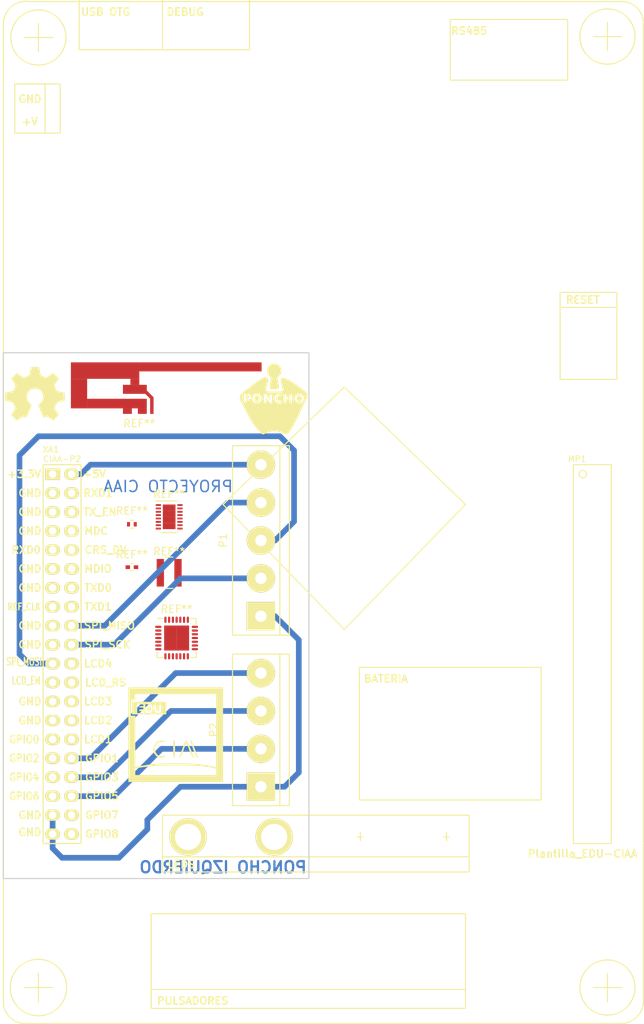
<source format=kicad_pcb>
(kicad_pcb (version 4) (host pcbnew 4.0.4+e1-6308~48~ubuntu14.04.1-stable)

  (general
    (links 10)
    (no_connects 0)
    (area 17.572141 15.774999 279.500001 163.930001)
    (thickness 1.6)
    (drawings 36)
    (tracks 40)
    (zones 0)
    (modules 15)
    (nets 27)
  )

  (page A4)
  (title_block
    (title "Poncho Izquierdo - Modelo - Ejemplo - Template")
    (date "lun 05 oct 2015")
    (rev 1.0)
    (company "Proyecto CIAA - COMPUTADORA INDUSTRIAL ABIERTA ARGENTINA")
    (comment 1 https://github.com/ciaa/Ponchos/tree/master/modelos/doc)
    (comment 2 "Autores y Licencia del template (Diego Brengi - UNLaM)")
    (comment 3 "Autor del poncho (COMPLETAR NOMBRE Y APELLIDO). Ver directorio \"doc\"")
    (comment 4 "CÓDIGO PONCHO:")
  )

  (layers
    (0 F.Cu signal)
    (31 B.Cu signal)
    (32 B.Adhes user)
    (33 F.Adhes user)
    (34 B.Paste user)
    (35 F.Paste user)
    (36 B.SilkS user)
    (37 F.SilkS user)
    (38 B.Mask user)
    (39 F.Mask user)
    (40 Dwgs.User user hide)
    (41 Cmts.User user hide)
    (42 Eco1.User user hide)
    (43 Eco2.User user hide)
    (44 Edge.Cuts user)
    (45 Margin user)
    (46 B.CrtYd user)
    (47 F.CrtYd user)
    (48 B.Fab user)
    (49 F.Fab user)
  )

  (setup
    (last_trace_width 0.381)
    (user_trace_width 0.508)
    (user_trace_width 0.635)
    (user_trace_width 0.762)
    (user_trace_width 1.016)
    (user_trace_width 1.27)
    (user_trace_width 1.524)
    (trace_clearance 0.508)
    (zone_clearance 0.508)
    (zone_45_only no)
    (trace_min 0.2)
    (segment_width 0.2)
    (edge_width 0.15)
    (via_size 0.6)
    (via_drill 0.4)
    (via_min_size 0.4)
    (via_min_drill 0.3)
    (uvia_size 0.3)
    (uvia_drill 0.1)
    (uvias_allowed no)
    (uvia_min_size 0)
    (uvia_min_drill 0)
    (pcb_text_width 0.3)
    (pcb_text_size 1.5 1.5)
    (mod_edge_width 0.15)
    (mod_text_size 0.000001 0.000001)
    (mod_text_width 0.15)
    (pad_size 5 5)
    (pad_drill 3.5)
    (pad_to_mask_clearance 0.2)
    (aux_axis_origin 0 0)
    (visible_elements 7FFEFF7F)
    (pcbplotparams
      (layerselection 0x00020_80000000)
      (usegerberextensions false)
      (excludeedgelayer false)
      (linewidth 0.100000)
      (plotframeref false)
      (viasonmask false)
      (mode 1)
      (useauxorigin false)
      (hpglpennumber 1)
      (hpglpenspeed 20)
      (hpglpendiameter 15)
      (hpglpenoverlay 2)
      (psnegative false)
      (psa4output false)
      (plotreference true)
      (plotvalue false)
      (plotinvisibletext false)
      (padsonsilk false)
      (subtractmaskfromsilk false)
      (outputformat 1)
      (mirror false)
      (drillshape 0)
      (scaleselection 1)
      (outputdirectory ""))
  )

  (net 0 "")
  (net 1 "Net-(P1-Pad3)")
  (net 2 "Net-(P1-Pad4)")
  (net 3 GND)
  (net 4 "Net-(P2-Pad2)")
  (net 5 "Net-(P2-Pad3)")
  (net 6 +5VP)
  (net 7 "Net-(P1-Pad2)")
  (net 8 "Net-(P2-Pad4)")
  (net 9 "Net-(H1-Pad1)")
  (net 10 "Net-(H2-Pad1)")
  (net 11 "Net-(XA1-Pad41)")
  (net 12 "Net-(XA1-Pad43)")
  (net 13 "Net-(XA1-Pad45)")
  (net 14 "Net-(XA1-Pad47)")
  (net 15 "Net-(XA1-Pad51)")
  (net 16 "Net-(XA1-Pad53)")
  (net 17 "Net-(XA1-Pad57)")
  (net 18 "Net-(XA1-Pad59)")
  (net 19 "Net-(XA1-Pad65)")
  (net 20 "Net-(XA1-Pad67)")
  (net 21 "Net-(XA1-Pad69)")
  (net 22 "Net-(XA1-Pad71)")
  (net 23 "Net-(XA1-Pad73)")
  (net 24 "Net-(XA1-Pad75)")
  (net 25 "Net-(XA1-Pad78)")
  (net 26 "Net-(XA1-Pad80)")

  (net_class Default "This is the default net class."
    (clearance 0.508)
    (trace_width 0.381)
    (via_dia 0.6)
    (via_drill 0.4)
    (uvia_dia 0.3)
    (uvia_drill 0.1)
    (add_net +5VP)
    (add_net GND)
    (add_net "Net-(H1-Pad1)")
    (add_net "Net-(H2-Pad1)")
    (add_net "Net-(P1-Pad2)")
    (add_net "Net-(P1-Pad3)")
    (add_net "Net-(P1-Pad4)")
    (add_net "Net-(P2-Pad2)")
    (add_net "Net-(P2-Pad3)")
    (add_net "Net-(P2-Pad4)")
    (add_net "Net-(XA1-Pad41)")
    (add_net "Net-(XA1-Pad43)")
    (add_net "Net-(XA1-Pad45)")
    (add_net "Net-(XA1-Pad47)")
    (add_net "Net-(XA1-Pad51)")
    (add_net "Net-(XA1-Pad53)")
    (add_net "Net-(XA1-Pad57)")
    (add_net "Net-(XA1-Pad59)")
    (add_net "Net-(XA1-Pad65)")
    (add_net "Net-(XA1-Pad67)")
    (add_net "Net-(XA1-Pad69)")
    (add_net "Net-(XA1-Pad71)")
    (add_net "Net-(XA1-Pad73)")
    (add_net "Net-(XA1-Pad75)")
    (add_net "Net-(XA1-Pad78)")
    (add_net "Net-(XA1-Pad80)")
  )

  (module Poncho_Esqueleto:Conn_Poncho_Izquierdo locked (layer F.Cu) (tedit 582F7F3F) (tstamp 56132439)
    (at 71.12 81.28)
    (tags "CONN Poncho")
    (path /560E5596)
    (fp_text reference XA1 (at -0.254 -3.302) (layer F.SilkS)
      (effects (font (size 0.8 0.8) (thickness 0.12)))
    )
    (fp_text value Conn_PonchoMP_2x_20x2 (at 3.175 51.435) (layer F.SilkS) hide
      (effects (font (size 1.016 1.016) (thickness 0.2032)))
    )
    (fp_line (start 34.925 54.61) (end -6.985 54.61) (layer Dwgs.User) (width 0.15))
    (fp_line (start 34.925 -6.35) (end 34.925 54.61) (layer Dwgs.User) (width 0.15))
    (fp_line (start -6.985 54.61) (end -6.985 -6.35) (layer Dwgs.User) (width 0.15))
    (fp_text user GPIO8 (at 6.604 48.26) (layer F.SilkS)
      (effects (font (size 1 1) (thickness 0.2)))
    )
    (fp_text user GPIO7 (at 6.604 45.72) (layer F.SilkS)
      (effects (font (size 1 1) (thickness 0.2)))
    )
    (fp_text user GPIO5 (at 6.604 43.18) (layer F.SilkS)
      (effects (font (size 1 1) (thickness 0.2)))
    )
    (fp_text user GPIO3 (at 6.604 40.64) (layer F.SilkS)
      (effects (font (size 1 1) (thickness 0.2)))
    )
    (fp_text user GPIO1 (at 6.604 38.1) (layer F.SilkS)
      (effects (font (size 1 1) (thickness 0.2)))
    )
    (fp_text user LCD1 (at 6.096 35.56) (layer F.SilkS)
      (effects (font (size 1 1) (thickness 0.2)))
    )
    (fp_text user LCD2 (at 6.096 33.02) (layer F.SilkS)
      (effects (font (size 1 1) (thickness 0.2)))
    )
    (fp_text user LCD3 (at 6.096 30.48) (layer F.SilkS)
      (effects (font (size 1 1) (thickness 0.2)))
    )
    (fp_text user LCD_RS (at 7.112 27.94) (layer F.SilkS)
      (effects (font (size 1 1) (thickness 0.2)))
    )
    (fp_text user LCD4 (at 6.096 25.4) (layer F.SilkS)
      (effects (font (size 1 1) (thickness 0.2)))
    )
    (fp_text user SPI_SCK (at 7.366 22.86) (layer F.SilkS)
      (effects (font (size 1 1) (thickness 0.2)))
    )
    (fp_text user SPI_MISO (at 7.62 20.32) (layer F.SilkS)
      (effects (font (size 1 1) (thickness 0.2)))
    )
    (fp_text user TXD1 (at 6.096 17.78) (layer F.SilkS)
      (effects (font (size 1 1) (thickness 0.2)))
    )
    (fp_text user TXD0 (at 6.096 15.24) (layer F.SilkS)
      (effects (font (size 1 1) (thickness 0.2)))
    )
    (fp_text user MDIO (at 6.096 12.7) (layer F.SilkS)
      (effects (font (size 1 1) (thickness 0.2)))
    )
    (fp_text user CRS_DV (at 7.112 10.16) (layer F.SilkS)
      (effects (font (size 1 1) (thickness 0.2)))
    )
    (fp_text user MDC (at 5.842 7.62) (layer F.SilkS)
      (effects (font (size 1 1) (thickness 0.2)))
    )
    (fp_text user TX_EN (at 6.35 5.08) (layer F.SilkS)
      (effects (font (size 1 1) (thickness 0.2)))
    )
    (fp_text user RXD1 (at 6.096 2.54) (layer F.SilkS)
      (effects (font (size 1 1) (thickness 0.2)))
    )
    (fp_text user +5V (at 5.588 0) (layer F.SilkS)
      (effects (font (size 1 1) (thickness 0.2)))
    )
    (fp_text user GND (at -3.048 48.006) (layer F.SilkS)
      (effects (font (size 1 1) (thickness 0.2)))
    )
    (fp_text user GND (at -3.048 45.72) (layer F.SilkS)
      (effects (font (size 1 1) (thickness 0.2)))
    )
    (fp_text user GPIO6 (at -3.81 43.18) (layer F.SilkS)
      (effects (font (size 1 0.9) (thickness 0.2)))
    )
    (fp_text user GPIO4 (at -3.81 40.64) (layer F.SilkS)
      (effects (font (size 1 0.9) (thickness 0.2)))
    )
    (fp_text user GPIO2 (at -3.81 38.1) (layer F.SilkS)
      (effects (font (size 1 0.9) (thickness 0.2)))
    )
    (fp_text user GPIO0 (at -3.81 35.56) (layer F.SilkS)
      (effects (font (size 1 0.9) (thickness 0.2)))
    )
    (fp_text user GND (at -3.048 33.02) (layer F.SilkS)
      (effects (font (size 1 1) (thickness 0.2)))
    )
    (fp_text user GND (at -3.048 30.48) (layer F.SilkS)
      (effects (font (size 1 1) (thickness 0.2)))
    )
    (fp_text user LCD_EN (at -3.556 27.686) (layer F.SilkS)
      (effects (font (size 1 0.7) (thickness 0.17)))
    )
    (fp_text user SPI_MOSI (at -3.81 25.146) (layer F.SilkS)
      (effects (font (size 1 0.7) (thickness 0.17)))
    )
    (fp_text user GND (at -3.048 22.86) (layer F.SilkS)
      (effects (font (size 1 1) (thickness 0.2)))
    )
    (fp_text user GND (at -3.048 20.32) (layer F.SilkS)
      (effects (font (size 1 1) (thickness 0.2)))
    )
    (fp_text user REF_CLK (at -3.81 17.78) (layer F.SilkS)
      (effects (font (size 0.9 0.7) (thickness 0.175)))
    )
    (fp_text user GND (at -3.048 15.24) (layer F.SilkS)
      (effects (font (size 1 1) (thickness 0.2)))
    )
    (fp_text user GND (at -3.048 12.7) (layer F.SilkS)
      (effects (font (size 1 1) (thickness 0.2)))
    )
    (fp_text user GND (at -3.048 7.62) (layer F.SilkS)
      (effects (font (size 1 1) (thickness 0.2)))
    )
    (fp_text user RXD0 (at -3.556 10.16) (layer F.SilkS)
      (effects (font (size 1 1) (thickness 0.2)))
    )
    (fp_text user GND (at -3.048 5.08) (layer F.SilkS)
      (effects (font (size 1 1) (thickness 0.2)))
    )
    (fp_text user GND (at -3.048 2.54) (layer F.SilkS)
      (effects (font (size 1 1) (thickness 0.2)))
    )
    (fp_text user +3.3V (at -3.81 0) (layer F.SilkS)
      (effects (font (size 1 1) (thickness 0.2)))
    )
    (fp_text user CIAA-P2 (at 1.27 -2.032) (layer F.SilkS)
      (effects (font (size 0.8 0.8) (thickness 0.12)))
    )
    (fp_line (start -1.27 0) (end -1.27 -1.27) (layer F.SilkS) (width 0.15))
    (fp_line (start -1.27 -1.27) (end 3.81 -1.27) (layer F.SilkS) (width 0.15))
    (fp_line (start 3.81 -1.27) (end 3.81 49.53) (layer F.SilkS) (width 0.15))
    (fp_line (start 3.81 49.53) (end -1.27 49.53) (layer F.SilkS) (width 0.15))
    (fp_line (start -1.27 49.53) (end -1.27 0) (layer F.SilkS) (width 0.15))
    (pad 41 thru_hole rect (at 0 0 270) (size 1.524 2) (drill 1.016) (layers *.Cu *.Mask F.SilkS)
      (net 11 "Net-(XA1-Pad41)"))
    (pad 42 thru_hole oval (at 2.54 0 270) (size 1.524 2) (drill 1.016) (layers *.Cu *.Mask F.SilkS)
      (net 6 +5VP))
    (pad 43 thru_hole oval (at 0 2.54 270) (size 1.524 2) (drill 1.016) (layers *.Cu *.Mask F.SilkS)
      (net 12 "Net-(XA1-Pad43)"))
    (pad 44 thru_hole oval (at 2.54 2.54 270) (size 1.524 2) (drill 1.016) (layers *.Cu *.Mask F.SilkS))
    (pad 45 thru_hole oval (at 0 5.08 270) (size 1.524 2) (drill 1.016) (layers *.Cu *.Mask F.SilkS)
      (net 13 "Net-(XA1-Pad45)"))
    (pad 46 thru_hole oval (at 2.54 5.08 270) (size 1.524 2) (drill 1.016) (layers *.Cu *.Mask F.SilkS))
    (pad 47 thru_hole oval (at 0 7.62 270) (size 1.524 2) (drill 1.016) (layers *.Cu *.Mask F.SilkS)
      (net 14 "Net-(XA1-Pad47)"))
    (pad 48 thru_hole oval (at 2.54 7.62 270) (size 1.524 2) (drill 1.016) (layers *.Cu *.Mask F.SilkS))
    (pad 49 thru_hole oval (at 0 10.16 270) (size 1.524 2) (drill 1.016) (layers *.Cu *.Mask F.SilkS))
    (pad 50 thru_hole oval (at 2.54 10.16 270) (size 1.524 2) (drill 1.016) (layers *.Cu *.Mask F.SilkS))
    (pad 51 thru_hole oval (at 0 12.7 270) (size 1.524 2) (drill 1.016) (layers *.Cu *.Mask F.SilkS)
      (net 15 "Net-(XA1-Pad51)"))
    (pad 52 thru_hole oval (at 2.54 12.7 270) (size 1.524 2) (drill 1.016) (layers *.Cu *.Mask F.SilkS))
    (pad 53 thru_hole oval (at 0 15.24 270) (size 1.524 2) (drill 1.016) (layers *.Cu *.Mask F.SilkS)
      (net 16 "Net-(XA1-Pad53)"))
    (pad 54 thru_hole oval (at 2.54 15.24 270) (size 1.524 2) (drill 1.016) (layers *.Cu *.Mask F.SilkS))
    (pad 55 thru_hole oval (at 0 17.78 270) (size 1.524 2) (drill 1.016) (layers *.Cu *.Mask F.SilkS))
    (pad 56 thru_hole oval (at 2.54 17.78 270) (size 1.524 2) (drill 1.016) (layers *.Cu *.Mask F.SilkS))
    (pad 57 thru_hole oval (at 0 20.32 270) (size 1.524 2) (drill 1.016) (layers *.Cu *.Mask F.SilkS)
      (net 17 "Net-(XA1-Pad57)"))
    (pad 58 thru_hole oval (at 2.54 20.32 270) (size 1.524 2) (drill 1.016) (layers *.Cu *.Mask F.SilkS)
      (net 2 "Net-(P1-Pad4)"))
    (pad 59 thru_hole oval (at 0 22.86 270) (size 1.524 2) (drill 1.016) (layers *.Cu *.Mask F.SilkS)
      (net 18 "Net-(XA1-Pad59)"))
    (pad 60 thru_hole oval (at 2.54 22.86 270) (size 1.524 2) (drill 1.016) (layers *.Cu *.Mask F.SilkS)
      (net 7 "Net-(P1-Pad2)"))
    (pad 61 thru_hole oval (at 0 25.4 270) (size 1.524 2) (drill 1.016) (layers *.Cu *.Mask F.SilkS)
      (net 1 "Net-(P1-Pad3)"))
    (pad 62 thru_hole oval (at 2.54 25.4 270) (size 1.524 2) (drill 1.016) (layers *.Cu *.Mask F.SilkS))
    (pad 63 thru_hole oval (at 0 27.94 270) (size 1.524 2) (drill 1.016) (layers *.Cu *.Mask F.SilkS))
    (pad 64 thru_hole oval (at 2.54 27.94 270) (size 1.524 2) (drill 1.016) (layers *.Cu *.Mask F.SilkS))
    (pad 65 thru_hole oval (at 0 30.48 270) (size 1.524 2) (drill 1.016) (layers *.Cu *.Mask F.SilkS)
      (net 19 "Net-(XA1-Pad65)"))
    (pad 66 thru_hole oval (at 2.54 30.48 270) (size 1.524 2) (drill 1.016) (layers *.Cu *.Mask F.SilkS))
    (pad 67 thru_hole oval (at 0 33.02 270) (size 1.524 2) (drill 1.016) (layers *.Cu *.Mask F.SilkS)
      (net 20 "Net-(XA1-Pad67)"))
    (pad 68 thru_hole oval (at 2.54 33.02 270) (size 1.524 2) (drill 1.016) (layers *.Cu *.Mask F.SilkS))
    (pad 69 thru_hole oval (at 0 35.56 270) (size 1.524 2) (drill 1.016) (layers *.Cu *.Mask F.SilkS)
      (net 21 "Net-(XA1-Pad69)"))
    (pad 70 thru_hole oval (at 2.54 35.56 270) (size 1.524 2) (drill 1.016) (layers *.Cu *.Mask F.SilkS))
    (pad 71 thru_hole oval (at 0 38.1 270) (size 1.524 2) (drill 1.016) (layers *.Cu *.Mask F.SilkS)
      (net 22 "Net-(XA1-Pad71)"))
    (pad 72 thru_hole oval (at 2.54 38.1 270) (size 1.524 2) (drill 1.016) (layers *.Cu *.Mask F.SilkS)
      (net 8 "Net-(P2-Pad4)"))
    (pad 73 thru_hole oval (at 0 40.64 270) (size 1.524 2) (drill 1.016) (layers *.Cu *.Mask F.SilkS)
      (net 23 "Net-(XA1-Pad73)"))
    (pad 74 thru_hole oval (at 2.54 40.64 270) (size 1.524 2) (drill 1.016) (layers *.Cu *.Mask F.SilkS)
      (net 5 "Net-(P2-Pad3)"))
    (pad 75 thru_hole oval (at 0 43.18 270) (size 1.524 2) (drill 1.016) (layers *.Cu *.Mask F.SilkS)
      (net 24 "Net-(XA1-Pad75)"))
    (pad 76 thru_hole oval (at 2.54 43.18 270) (size 1.524 2) (drill 1.016) (layers *.Cu *.Mask F.SilkS)
      (net 4 "Net-(P2-Pad2)"))
    (pad 77 thru_hole oval (at 0 45.72 270) (size 1.524 2) (drill 1.016) (layers *.Cu *.Mask F.SilkS)
      (net 3 GND))
    (pad 78 thru_hole oval (at 2.54 45.72 270) (size 1.524 2) (drill 1.016) (layers *.Cu *.Mask F.SilkS)
      (net 25 "Net-(XA1-Pad78)"))
    (pad 79 thru_hole oval (at 0 48.26 270) (size 1.524 2) (drill 1.016) (layers *.Cu *.Mask F.SilkS)
      (net 3 GND))
    (pad 80 thru_hole oval (at 2.54 48.26 270) (size 1.524 2) (drill 1.016) (layers *.Cu *.Mask F.SilkS)
      (net 26 "Net-(XA1-Pad80)"))
  )

  (module Poncho_Modelos:bornier5 (layer F.Cu) (tedit 0) (tstamp 560EDCAD)
    (at 99.06 90.17 90)
    (descr "Bornier d'alimentation 4 pins")
    (tags DEV)
    (path /560ED139)
    (fp_text reference P1 (at 0 -5.08 90) (layer F.SilkS)
      (effects (font (size 1 1) (thickness 0.15)))
    )
    (fp_text value CONN_5 (at 0 5.08 90) (layer F.Fab)
      (effects (font (size 1 1) (thickness 0.15)))
    )
    (fp_line (start -12.7 3.81) (end 12.7 3.81) (layer F.SilkS) (width 0.15))
    (fp_line (start -12.7 2.54) (end 12.7 2.54) (layer F.SilkS) (width 0.15))
    (fp_line (start -12.7 -3.81) (end 12.7 -3.81) (layer F.SilkS) (width 0.15))
    (fp_line (start 12.7 -3.81) (end 12.7 3.81) (layer F.SilkS) (width 0.15))
    (fp_line (start -12.7 -3.81) (end -12.7 3.81) (layer F.SilkS) (width 0.15))
    (pad 2 thru_hole circle (at -5.08 0 90) (size 3.81 3.81) (drill 1.524) (layers *.Cu *.Mask F.SilkS)
      (net 7 "Net-(P1-Pad2)"))
    (pad 3 thru_hole circle (at 0 0 90) (size 3.81 3.81) (drill 1.524) (layers *.Cu *.Mask F.SilkS)
      (net 1 "Net-(P1-Pad3)"))
    (pad 1 thru_hole rect (at -10.16 0 90) (size 3.81 3.81) (drill 1.524) (layers *.Cu *.Mask F.SilkS)
      (net 3 GND))
    (pad 4 thru_hole circle (at 5.08 0 90) (size 3.81 3.81) (drill 1.524) (layers *.Cu *.Mask F.SilkS)
      (net 2 "Net-(P1-Pad4)"))
    (pad 5 thru_hole circle (at 10.16 0 90) (size 3.81 3.81) (drill 1.524) (layers *.Cu *.Mask F.SilkS)
      (net 6 +5VP))
    (model Connect.3dshapes/bornier5.wrl
      (at (xyz 0 0 0))
      (scale (xyz 1 1 1))
      (rotate (xyz 0 0 0))
    )
  )

  (module Poncho_Modelos:bornier4 (layer F.Cu) (tedit 0) (tstamp 560EDCBA)
    (at 99.06 115.57 90)
    (descr "Bornier d'alimentation 4 pins")
    (tags DEV)
    (path /560ED17A)
    (fp_text reference P2 (at 0 -6.35 90) (layer F.SilkS)
      (effects (font (size 1 1) (thickness 0.15)))
    )
    (fp_text value CONN_4 (at 0 5.08 90) (layer F.Fab)
      (effects (font (size 1 1) (thickness 0.15)))
    )
    (fp_line (start -10.16 -3.81) (end -10.16 3.81) (layer F.SilkS) (width 0.15))
    (fp_line (start 10.16 3.81) (end 10.16 -3.81) (layer F.SilkS) (width 0.15))
    (fp_line (start 10.16 2.54) (end -10.16 2.54) (layer F.SilkS) (width 0.15))
    (fp_line (start -10.16 -3.81) (end 10.16 -3.81) (layer F.SilkS) (width 0.15))
    (fp_line (start -10.16 3.81) (end 10.16 3.81) (layer F.SilkS) (width 0.15))
    (pad 2 thru_hole circle (at -2.54 0 90) (size 3.81 3.81) (drill 1.524) (layers *.Cu *.Mask F.SilkS)
      (net 4 "Net-(P2-Pad2)"))
    (pad 3 thru_hole circle (at 2.54 0 90) (size 3.81 3.81) (drill 1.524) (layers *.Cu *.Mask F.SilkS)
      (net 5 "Net-(P2-Pad3)"))
    (pad 1 thru_hole rect (at -7.62 0 90) (size 3.81 3.81) (drill 1.524) (layers *.Cu *.Mask F.SilkS)
      (net 3 GND))
    (pad 4 thru_hole circle (at 7.62 0 90) (size 3.81 3.81) (drill 1.524) (layers *.Cu *.Mask F.SilkS)
      (net 8 "Net-(P2-Pad4)"))
    (model Connect.3dshapes/bornier4.wrl
      (at (xyz 0 0 0))
      (scale (xyz 1 1 1))
      (rotate (xyz 0 0 0))
    )
  )

  (module Poncho_Esqueleto:Logo_EDU-CIAA (layer F.Cu) (tedit 560D8BDB) (tstamp 560EE0E7)
    (at 87.63 116.205)
    (fp_text reference G*** (at 0 7.112) (layer F.SilkS) hide
      (effects (font (thickness 0.3048)))
    )
    (fp_text value Logo_EDU-CIAA (at 0.06 -7.8) (layer F.SilkS) hide
      (effects (font (thickness 0.3048)))
    )
    (fp_poly (pts (xy 6.35 6.35) (xy 5.42036 6.35) (xy 5.42036 4.8006) (xy 5.41782 4.7371)
      (xy 5.41782 4.39674) (xy 5.41782 -0.51054) (xy 5.41782 -5.42036) (xy 0 -5.42036)
      (xy -5.42036 -5.42036) (xy -5.42036 -4.99618) (xy -5.42036 -4.572) (xy -5.715 -4.572)
      (xy -6.01218 -4.572) (xy -6.01218 -3.556) (xy -6.01218 -2.54) (xy -5.715 -2.54)
      (xy -5.42036 -2.54) (xy -5.42036 0.9271) (xy -5.42036 4.39674) (xy -5.21462 4.318)
      (xy -5.05968 4.27736) (xy -4.77266 4.21894) (xy -4.39166 4.14782) (xy -3.95224 4.07162)
      (xy -3.7973 4.04622) (xy -3.42392 3.9878) (xy -3.08102 3.94462) (xy -2.74066 3.90906)
      (xy -2.3749 3.88366) (xy -1.9558 3.86842) (xy -1.45542 3.85826) (xy -0.84582 3.85318)
      (xy -0.09652 3.85064) (xy 0 3.85064) (xy 0.76454 3.85318) (xy 1.38938 3.85826)
      (xy 1.90246 3.86588) (xy 2.32918 3.88366) (xy 2.70002 3.90652) (xy 3.04038 3.93954)
      (xy 3.38074 3.98272) (xy 3.74904 4.0386) (xy 3.79476 4.04622) (xy 4.24434 4.12242)
      (xy 4.65074 4.19608) (xy 4.97332 4.25958) (xy 5.17652 4.30784) (xy 5.21208 4.318)
      (xy 5.41782 4.39674) (xy 5.41782 4.7371) (xy 5.41528 4.67614) (xy 5.38226 4.5847)
      (xy 5.29844 4.51612) (xy 5.14604 4.46278) (xy 4.90474 4.41706) (xy 4.55168 4.37134)
      (xy 4.06654 4.31546) (xy 3.59664 4.26466) (xy 2.9464 4.2037) (xy 2.20218 4.16052)
      (xy 1.3462 4.13258) (xy 0.35052 4.12242) (xy 0 4.11988) (xy -0.89154 4.12496)
      (xy -1.65608 4.13766) (xy -2.33426 4.1656) (xy -2.96672 4.20624) (xy -3.59664 4.2672)
      (xy -4.26466 4.34594) (xy -4.7625 4.41452) (xy -5.42036 4.50596) (xy -5.42036 4.96062)
      (xy -5.42036 5.41782) (xy 0 5.41782) (xy 5.41782 5.41782) (xy 5.41782 4.96062)
      (xy 5.42036 4.8006) (xy 5.42036 6.35) (xy 0 6.35) (xy -6.35 6.35)
      (xy -6.35 0) (xy -6.35 -6.35) (xy 0 -6.35) (xy 6.35 -6.35)
      (xy 6.35 0) (xy 6.35 6.35) (xy 6.35 6.35)) (layer F.SilkS) (width 0.00254))
    (fp_poly (pts (xy -1.36398 2.94894) (xy -1.41986 2.99212) (xy -1.58242 3.04292) (xy -1.83134 3.07848)
      (xy -2.08534 3.08864) (xy -2.24028 3.0734) (xy -2.59334 2.89814) (xy -2.84734 2.5908)
      (xy -2.921 2.43586) (xy -3.01752 1.98628) (xy -2.94894 1.55956) (xy -2.71526 1.16586)
      (xy -2.667 1.11252) (xy -2.49174 0.93726) (xy -2.33426 0.84582) (xy -2.12344 0.81026)
      (xy -1.90246 0.80518) (xy -1.57988 0.82296) (xy -1.40462 0.8763) (xy -1.37922 0.90932)
      (xy -1.40208 0.97028) (xy -1.55194 0.98298) (xy -1.70942 0.96774) (xy -2.08788 0.9906)
      (xy -2.39776 1.143) (xy -2.6289 1.39192) (xy -2.75844 1.70434) (xy -2.77876 2.04978)
      (xy -2.67462 2.39522) (xy -2.4765 2.66446) (xy -2.31902 2.80162) (xy -2.159 2.86258)
      (xy -1.9304 2.86766) (xy -1.80086 2.8575) (xy -1.51892 2.84988) (xy -1.36906 2.8829)
      (xy -1.36398 2.94894) (xy -1.36398 2.94894)) (layer F.SilkS) (width 0.00254))
    (fp_poly (pts (xy -0.08636 1.905) (xy -0.0889 2.37236) (xy -0.09906 2.69494) (xy -0.11938 2.90068)
      (xy -0.14986 3.00736) (xy -0.19812 3.04546) (xy -0.21336 3.048) (xy -0.26416 3.0226)
      (xy -0.29972 2.9337) (xy -0.32258 2.7559) (xy -0.33528 2.4638) (xy -0.34036 2.032)
      (xy -0.34036 1.905) (xy -0.33782 1.4351) (xy -0.32766 1.11252) (xy -0.30734 0.90678)
      (xy -0.27432 0.8001) (xy -0.22606 0.762) (xy -0.21336 0.762) (xy -0.16002 0.78486)
      (xy -0.12446 0.87376) (xy -0.1016 1.05156) (xy -0.09144 1.34366) (xy -0.08636 1.77546)
      (xy -0.08636 1.905) (xy -0.08636 1.905)) (layer F.SilkS) (width 0.00254))
    (fp_poly (pts (xy 2.40284 3.0353) (xy 2.30378 3.05308) (xy 2.17678 2.90322) (xy 2.02184 2.59334)
      (xy 1.83642 2.1209) (xy 1.80848 2.03708) (xy 1.6764 1.67132) (xy 1.5621 1.3716)
      (xy 1.47828 1.17094) (xy 1.43764 1.09982) (xy 1.39446 1.17602) (xy 1.3081 1.37922)
      (xy 1.19126 1.68148) (xy 1.05664 2.04978) (xy 1.05664 2.05232) (xy 0.87884 2.52222)
      (xy 0.7366 2.83464) (xy 0.62484 2.99974) (xy 0.57404 3.03022) (xy 0.50546 3.02514)
      (xy 0.49276 2.9591) (xy 0.53848 2.79654) (xy 0.64516 2.52222) (xy 0.78994 2.15646)
      (xy 0.9525 1.7272) (xy 1.08458 1.3716) (xy 1.2319 1.016) (xy 1.35128 0.82296)
      (xy 1.4351 0.77978) (xy 1.4986 0.86106) (xy 1.60782 1.06172) (xy 1.74752 1.35382)
      (xy 1.90246 1.69926) (xy 2.05994 2.06502) (xy 2.20472 2.41554) (xy 2.31902 2.71526)
      (xy 2.39014 2.9337) (xy 2.40284 3.0353) (xy 2.40284 3.0353)) (layer F.SilkS) (width 0.00254))
    (fp_poly (pts (xy 2.96164 2.98704) (xy 2.8956 3.04292) (xy 2.85242 3.048) (xy 2.78384 2.9718)
      (xy 2.67208 2.75844) (xy 2.52984 2.43586) (xy 2.36982 2.02946) (xy 2.3368 1.94056)
      (xy 2.15138 1.41478) (xy 2.03708 1.0414) (xy 1.99136 0.81788) (xy 2.01676 0.74422)
      (xy 2.10566 0.80772) (xy 2.159 0.91186) (xy 2.25552 1.13284) (xy 2.38252 1.44272)
      (xy 2.52476 1.79578) (xy 2.66954 2.16154) (xy 2.79654 2.49936) (xy 2.89814 2.77622)
      (xy 2.95402 2.94894) (xy 2.96164 2.98704) (xy 2.96164 2.98704)) (layer F.SilkS) (width 0.00254))
    (fp_poly (pts (xy -1.27 -2.71018) (xy -1.94818 -2.71018) (xy -1.94818 -3.57378) (xy -1.95834 -3.86334)
      (xy -1.99644 -4.01574) (xy -2.06756 -4.064) (xy -2.07518 -4.064) (xy -2.15138 -4.02336)
      (xy -2.19202 -3.87858) (xy -2.20218 -3.59664) (xy -2.20218 -3.5941) (xy -2.20726 -3.32486)
      (xy -2.2352 -3.1877) (xy -2.2987 -3.14452) (xy -2.39268 -3.1496) (xy -2.50698 -3.1877)
      (xy -2.57048 -3.2893) (xy -2.60096 -3.49758) (xy -2.60858 -3.6195) (xy -2.6416 -3.90398)
      (xy -2.70002 -4.04114) (xy -2.75844 -4.064) (xy -2.82956 -3.99034) (xy -2.8702 -3.80238)
      (xy -2.8829 -3.55092) (xy -2.86258 -3.29438) (xy -2.80924 -3.08102) (xy -2.79146 -3.04292)
      (xy -2.64668 -2.92608) (xy -2.41808 -2.87782) (xy -2.18694 -2.90576) (xy -2.04978 -2.98196)
      (xy -1.9939 -3.11658) (xy -1.95834 -3.36042) (xy -1.94818 -3.57378) (xy -1.94818 -2.71018)
      (xy -3.0861 -2.71018) (xy -3.0861 -3.42138) (xy -3.09372 -3.64744) (xy -3.20548 -3.88874)
      (xy -3.429 -4.0259) (xy -3.76428 -4.064) (xy -4.064 -4.064) (xy -4.064 -3.47218)
      (xy -4.064 -2.88036) (xy -3.7465 -2.88036) (xy -3.51536 -2.89814) (xy -3.3528 -2.93624)
      (xy -3.33756 -2.94386) (xy -3.17246 -3.14198) (xy -3.0861 -3.42138) (xy -3.0861 -2.71018)
      (xy -3.556 -2.71018) (xy -4.23418 -2.71018) (xy -4.23418 -3.00736) (xy -4.29006 -3.09626)
      (xy -4.47548 -3.13182) (xy -4.572 -3.13436) (xy -4.80822 -3.15468) (xy -4.90474 -3.22326)
      (xy -4.91236 -3.26136) (xy -4.84886 -3.35534) (xy -4.64312 -3.38836) (xy -4.61518 -3.38836)
      (xy -4.39674 -3.4163) (xy -4.32054 -3.50266) (xy -4.318 -3.51536) (xy -4.38404 -3.60934)
      (xy -4.58978 -3.64236) (xy -4.61518 -3.64236) (xy -4.81076 -3.66268) (xy -4.90982 -3.71602)
      (xy -4.91236 -3.72618) (xy -4.8387 -3.78206) (xy -4.65328 -3.81) (xy -4.61518 -3.81)
      (xy -4.39674 -3.83794) (xy -4.32054 -3.92684) (xy -4.318 -3.937) (xy -4.36372 -4.01828)
      (xy -4.5212 -4.05638) (xy -4.74218 -4.064) (xy -5.16636 -4.064) (xy -5.16636 -3.47218)
      (xy -5.16636 -2.88036) (xy -4.699 -2.88036) (xy -4.4196 -2.89052) (xy -4.27482 -2.93116)
      (xy -4.23418 -3.00736) (xy -4.23418 -2.71018) (xy -5.842 -2.71018) (xy -5.842 -3.556)
      (xy -5.842 -4.40436) (xy -3.556 -4.40436) (xy -1.27 -4.40436) (xy -1.27 -3.556)
      (xy -1.27 -2.71018) (xy -1.27 -2.71018)) (layer F.SilkS) (width 0.00254))
    (fp_poly (pts (xy -3.33756 -3.59918) (xy -3.34264 -3.35788) (xy -3.46964 -3.1877) (xy -3.65252 -3.13436)
      (xy -3.75666 -3.16738) (xy -3.80238 -3.29184) (xy -3.81 -3.47218) (xy -3.79984 -3.69062)
      (xy -3.74396 -3.78714) (xy -3.61696 -3.81) (xy -3.60172 -3.81) (xy -3.42138 -3.7592)
      (xy -3.33756 -3.59918) (xy -3.33756 -3.59918)) (layer F.SilkS) (width 0.00254))
  )

  (module Poncho_Esqueleto:Logo_Poncho (layer F.Cu) (tedit 560DAFF4) (tstamp 560EEA4B)
    (at 100.75 71.25)
    (fp_text reference G*** (at 0.127 5.588) (layer F.SilkS) hide
      (effects (font (thickness 0.3)))
    )
    (fp_text value LOGO (at 0.762 7.493) (layer F.SilkS) hide
      (effects (font (thickness 0.3)))
    )
    (fp_poly (pts (xy 4.535714 -0.627021) (xy 4.498746 -0.420109) (xy 4.405012 -0.1352) (xy 4.280272 0.162897)
      (xy 4.150281 0.409374) (xy 4.123376 0.447413) (xy 4.123376 -0.123701) (xy 4.058326 -0.436938)
      (xy 3.869112 -0.644378) (xy 3.564639 -0.737671) (xy 3.463636 -0.742208) (xy 3.129516 -0.681223)
      (xy 2.908248 -0.503835) (xy 2.808734 -0.218392) (xy 2.803896 -0.123701) (xy 2.868946 0.189536)
      (xy 3.058159 0.396975) (xy 3.362633 0.490269) (xy 3.463636 0.494805) (xy 3.797606 0.436492)
      (xy 3.958441 0.32987) (xy 4.092315 0.09203) (xy 4.123376 -0.123701) (xy 4.123376 0.447413)
      (xy 4.089856 0.494805) (xy 4.013749 0.621925) (xy 3.89522 0.861365) (xy 3.753792 1.172585)
      (xy 3.672876 1.360714) (xy 3.421635 1.929272) (xy 3.149718 2.496808) (xy 2.869494 3.041693)
      (xy 2.593334 3.542296) (xy 2.556493 3.603955) (xy 2.556493 -0.123701) (xy 2.552598 -0.439936)
      (xy 2.534834 -0.625484) (xy 2.494089 -0.714524) (xy 2.421247 -0.741238) (xy 2.391558 -0.742208)
      (xy 2.270831 -0.703329) (xy 2.228325 -0.558669) (xy 2.226623 -0.494805) (xy 2.206189 -0.31957)
      (xy 2.109798 -0.254982) (xy 1.97922 -0.247402) (xy 1.803985 -0.267837) (xy 1.739397 -0.364227)
      (xy 1.731818 -0.494805) (xy 1.705898 -0.675896) (xy 1.609459 -0.739655) (xy 1.566883 -0.742208)
      (xy 1.482553 -0.727599) (xy 1.433074 -0.660988) (xy 1.40933 -0.508193) (xy 1.402206 -0.235036)
      (xy 1.401948 -0.123701) (xy 1.405843 0.192533) (xy 1.423606 0.378081) (xy 1.464351 0.467122)
      (xy 1.537193 0.493835) (xy 1.566883 0.494805) (xy 1.680559 0.462518) (xy 1.726426 0.336472)
      (xy 1.731818 0.206169) (xy 1.745609 0.012245) (xy 1.815564 -0.067294) (xy 1.97922 -0.082467)
      (xy 2.145441 -0.066377) (xy 2.213617 0.015237) (xy 2.226623 0.206169) (xy 2.245073 0.405103)
      (xy 2.317099 0.48537) (xy 2.391558 0.494805) (xy 2.475887 0.480197) (xy 2.525367 0.413586)
      (xy 2.549111 0.260791) (xy 2.556234 -0.012366) (xy 2.556493 -0.123701) (xy 2.556493 3.603955)
      (xy 2.33361 3.976986) (xy 2.102692 4.324132) (xy 1.912952 4.562103) (xy 1.781691 4.667512)
      (xy 1.660102 4.654002) (xy 1.438445 4.580892) (xy 1.163465 4.463746) (xy 1.154545 4.459546)
      (xy 1.154545 0.36149) (xy 1.110706 0.268405) (xy 0.956623 0.266159) (xy 0.938776 0.269422)
      (xy 0.717011 0.243945) (xy 0.523128 0.11531) (xy 0.417755 -0.07121) (xy 0.412337 -0.123701)
      (xy 0.484303 -0.318602) (xy 0.658393 -0.472009) (xy 0.871896 -0.536691) (xy 0.949632 -0.528355)
      (xy 1.105982 -0.515384) (xy 1.154279 -0.597467) (xy 1.154545 -0.609566) (xy 1.114247 -0.69528)
      (xy 0.970303 -0.735064) (xy 0.783441 -0.742208) (xy 0.429195 -0.687347) (xy 0.198088 -0.523118)
      (xy 0.090717 -0.250044) (xy 0.082467 -0.123701) (xy 0.144642 0.188869) (xy 0.330769 0.392787)
      (xy 0.640252 0.487526) (xy 0.783441 0.494805) (xy 1.022962 0.480515) (xy 1.134243 0.429291)
      (xy 1.154545 0.36149) (xy 1.154545 4.459546) (xy 1.148315 4.456614) (xy 0.592041 4.256938)
      (xy 0.061238 4.207886) (xy -0.164935 4.249843) (xy -0.164935 -0.123701) (xy -0.168831 -0.439936)
      (xy -0.186594 -0.625484) (xy -0.227339 -0.714524) (xy -0.300181 -0.741238) (xy -0.329871 -0.742208)
      (xy -0.435349 -0.716231) (xy -0.483875 -0.609894) (xy -0.495586 -0.391721) (xy -0.496366 -0.041234)
      (xy -0.706429 -0.391721) (xy -0.874005 -0.625569) (xy -1.029731 -0.729733) (xy -1.117986 -0.742208)
      (xy -1.220495 -0.733937) (xy -1.280586 -0.685976) (xy -1.309571 -0.563603) (xy -1.318762 -0.332094)
      (xy -1.319481 -0.123701) (xy -1.315585 0.192533) (xy -1.297822 0.378081) (xy -1.257077 0.467122)
      (xy -1.184235 0.493835) (xy -1.154546 0.494805) (xy -1.049068 0.468829) (xy -1.000541 0.362492)
      (xy -0.988831 0.144318) (xy -0.98805 -0.206169) (xy -0.777988 0.144318) (xy -0.610412 0.378167)
      (xy -0.454685 0.48233) (xy -0.36643 0.494805) (xy -0.263922 0.486535) (xy -0.203831 0.438574)
      (xy -0.174846 0.3162) (xy -0.165655 0.084692) (xy -0.164935 -0.123701) (xy -0.164935 4.249843)
      (xy -0.48241 4.308738) (xy -0.783442 4.420415) (xy -1.059466 4.535832) (xy -1.285963 4.626797)
      (xy -1.401948 4.669513) (xy -1.518876 4.625399) (xy -1.566884 4.584033) (xy -1.566884 -0.123701)
      (xy -1.631934 -0.436938) (xy -1.821147 -0.644378) (xy -2.12562 -0.737671) (xy -2.226624 -0.742208)
      (xy -2.560743 -0.681223) (xy -2.782012 -0.503835) (xy -2.881525 -0.218392) (xy -2.886364 -0.123701)
      (xy -2.821314 0.189536) (xy -2.6321 0.396975) (xy -2.327627 0.490269) (xy -2.226624 0.494805)
      (xy -1.892653 0.436492) (xy -1.731819 0.32987) (xy -1.597945 0.09203) (xy -1.566884 -0.123701)
      (xy -1.566884 4.584033) (xy -1.717176 4.454536) (xy -1.98582 4.166799) (xy -2.061689 4.078924)
      (xy -2.369861 3.70727) (xy -2.632201 3.363429) (xy -2.870341 3.013116) (xy -2.968832 2.849614)
      (xy -2.968832 -0.32987) (xy -3.007485 -0.54598) (xy -3.140146 -0.67528) (xy -3.391869 -0.734039)
      (xy -3.603832 -0.742208) (xy -4.04091 -0.742208) (xy -4.04091 -0.123701) (xy -4.037014 0.192533)
      (xy -4.019251 0.378081) (xy -3.978506 0.467122) (xy -3.905664 0.493835) (xy -3.875974 0.494805)
      (xy -3.746639 0.446485) (xy -3.711039 0.288637) (xy -3.687673 0.146227) (xy -3.584731 0.090232)
      (xy -3.438897 0.082468) (xy -3.16065 0.034793) (xy -3.008068 -0.114765) (xy -2.968832 -0.32987)
      (xy -2.968832 2.849614) (xy -3.105916 2.622046) (xy -3.360558 2.155935) (xy -3.6559 1.580499)
      (xy -3.724805 1.443182) (xy -3.927446 1.040996) (xy -4.107468 0.68891) (xy -4.250627 0.414385)
      (xy -4.342678 0.24488) (xy -4.366512 0.206169) (xy -4.479713 -0.061738) (xy -4.470402 -0.368299)
      (xy -4.39208 -0.562072) (xy -4.211754 -0.794239) (xy -3.970771 -1.027175) (xy -3.729883 -1.205582)
      (xy -3.628572 -1.257014) (xy -3.515586 -1.328258) (xy -3.31072 -1.481511) (xy -3.047204 -1.691308)
      (xy -2.861153 -1.845142) (xy -2.478394 -2.151727) (xy -2.09396 -2.434151) (xy -1.735885 -2.674156)
      (xy -1.432202 -2.853482) (xy -1.210945 -2.953871) (xy -1.135923 -2.968831) (xy -0.992755 -2.911987)
      (xy -0.868796 -2.807085) (xy -0.798823 -2.718089) (xy -0.768465 -2.621372) (xy -0.779148 -2.476306)
      (xy -0.832302 -2.242261) (xy -0.897248 -1.997411) (xy -1.002077 -1.614541) (xy -1.0637 -1.342913)
      (xy -1.062894 -1.163551) (xy -0.980436 -1.05748) (xy -0.797105 -1.005726) (xy -0.493678 -0.989314)
      (xy -0.050932 -0.989267) (xy 0.123701 -0.98961) (xy 0.616616 -0.993152) (xy 0.963601 -1.004879)
      (xy 1.183529 -1.026446) (xy 1.295275 -1.059505) (xy 1.31948 -1.094352) (xy 1.298521 -1.22034)
      (xy 1.243133 -1.457326) (xy 1.164548 -1.757819) (xy 1.150407 -1.809213) (xy 1.043088 -2.255847)
      (xy 1.008894 -2.569631) (xy 1.048676 -2.765972) (xy 1.163285 -2.860279) (xy 1.208992 -2.870512)
      (xy 1.420553 -2.83991) (xy 1.739874 -2.711189) (xy 2.149801 -2.493929) (xy 2.633175 -2.197713)
      (xy 3.172841 -1.832122) (xy 3.525487 -1.576813) (xy 3.929546 -1.272303) (xy 4.214754 -1.04349)
      (xy 4.398878 -0.873667) (xy 4.499689 -0.746128) (xy 4.534955 -0.644167) (xy 4.535714 -0.627021)
      (xy 4.535714 -0.627021)) (layer F.SilkS) (width 0.1))
    (fp_poly (pts (xy 1.023542 -3.736319) (xy 0.895402 -3.389445) (xy 0.679417 -3.11223) (xy 0.563302 -2.982356)
      (xy 0.508034 -2.869698) (xy 0.506066 -2.720981) (xy 0.549854 -2.48293) (xy 0.574294 -2.370022)
      (xy 0.658312 -1.973188) (xy 0.69611 -1.709422) (xy 0.675383 -1.550382) (xy 0.583822 -1.467723)
      (xy 0.409122 -1.433104) (xy 0.16144 -1.419187) (xy -0.12355 -1.415195) (xy -0.339882 -1.428263)
      (xy -0.43645 -1.453549) (xy -0.490308 -1.618268) (xy -0.466441 -1.923684) (xy -0.365224 -2.365222)
      (xy -0.360015 -2.384058) (xy -0.225225 -2.868872) (xy -0.488808 -3.104404) (xy -0.714353 -3.402585)
      (xy -0.808424 -3.746824) (xy -0.77552 -4.096523) (xy -0.620138 -4.411085) (xy -0.346777 -4.649915)
      (xy -0.31571 -4.666738) (xy 0.033719 -4.763905) (xy 0.380075 -4.71573) (xy 0.68714 -4.538441)
      (xy 0.918691 -4.248265) (xy 0.989692 -4.081895) (xy 1.023542 -3.736319) (xy 1.023542 -3.736319)) (layer F.SilkS) (width 0.1))
    (fp_poly (pts (xy -3.320079 -0.321578) (xy -3.381169 -0.206169) (xy -3.537606 -0.087441) (xy -3.656944 -0.12265)
      (xy -3.710414 -0.301007) (xy -3.711039 -0.32987) (xy -3.666881 -0.523821) (xy -3.553583 -0.57585)
      (xy -3.399915 -0.47517) (xy -3.381169 -0.453571) (xy -3.320079 -0.321578) (xy -3.320079 -0.321578)) (layer F.SilkS) (width 0.1))
    (fp_poly (pts (xy -1.911824 -0.1467) (xy -1.935194 -0.006732) (xy -2.006645 0.114199) (xy -2.128505 0.265484)
      (xy -2.225472 0.329848) (xy -2.226624 0.32987) (xy -2.322643 0.267542) (xy -2.444552 0.117317)
      (xy -2.446603 0.114199) (xy -2.537406 -0.05684) (xy -2.52656 -0.197017) (xy -2.465958 -0.318756)
      (xy -2.343482 -0.473895) (xy -2.226624 -0.536039) (xy -2.106037 -0.47051) (xy -1.987289 -0.318756)
      (xy -1.911824 -0.1467) (xy -1.911824 -0.1467)) (layer F.SilkS) (width 0.1))
    (fp_poly (pts (xy 3.778435 -0.1467) (xy 3.755065 -0.006732) (xy 3.683615 0.114199) (xy 3.561755 0.265484)
      (xy 3.464788 0.329848) (xy 3.463636 0.32987) (xy 3.367616 0.267542) (xy 3.245708 0.117317)
      (xy 3.243657 0.114199) (xy 3.152854 -0.05684) (xy 3.163699 -0.197017) (xy 3.224301 -0.318756)
      (xy 3.346778 -0.473895) (xy 3.463636 -0.536039) (xy 3.584223 -0.47051) (xy 3.702971 -0.318756)
      (xy 3.778435 -0.1467) (xy 3.778435 -0.1467)) (layer F.SilkS) (width 0.1))
  )

  (module Poncho_Esqueleto:Logo_OSHWA (layer F.Cu) (tedit 560D8B85) (tstamp 560EEA57)
    (at 68.75 70.5)
    (fp_text reference G101 (at 0 4.2418) (layer F.SilkS) hide
      (effects (font (size 0.7112 0.4572) (thickness 0.1143)))
    )
    (fp_text value Logo_OSHWA (at 0 -4.2418) (layer F.SilkS) hide
      (effects (font (size 0.36322 0.36322) (thickness 0.07112)))
    )
    (fp_poly (pts (xy -2.42316 3.59156) (xy -2.38252 3.57124) (xy -2.28854 3.51282) (xy -2.15392 3.42392)
      (xy -1.99644 3.31978) (xy -1.83896 3.21056) (xy -1.70942 3.1242) (xy -1.61798 3.06578)
      (xy -1.57988 3.04546) (xy -1.55956 3.05054) (xy -1.48336 3.08864) (xy -1.37414 3.14452)
      (xy -1.31064 3.17754) (xy -1.21158 3.22072) (xy -1.16078 3.23088) (xy -1.15316 3.21564)
      (xy -1.11506 3.13944) (xy -1.05918 3.00736) (xy -0.98298 2.83464) (xy -0.89662 2.63144)
      (xy -0.80264 2.413) (xy -0.7112 2.18948) (xy -0.6223 1.97612) (xy -0.54356 1.78562)
      (xy -0.48006 1.63068) (xy -0.43942 1.52146) (xy -0.42418 1.47574) (xy -0.42926 1.46558)
      (xy -0.48006 1.41732) (xy -0.56642 1.35128) (xy -0.75692 1.19634) (xy -0.94234 0.96266)
      (xy -1.05664 0.6985) (xy -1.09474 0.40386) (xy -1.06172 0.13208) (xy -0.95504 -0.12954)
      (xy -0.77216 -0.36576) (xy -0.55118 -0.54102) (xy -0.2921 -0.65278) (xy 0 -0.68834)
      (xy 0.2794 -0.65786) (xy 0.5461 -0.55118) (xy 0.78232 -0.37084) (xy 0.88138 -0.25654)
      (xy 1.01854 -0.01778) (xy 1.09728 0.23876) (xy 1.1049 0.30226) (xy 1.09474 0.5842)
      (xy 1.01092 0.85344) (xy 0.8636 1.09474) (xy 0.65786 1.29032) (xy 0.62992 1.31064)
      (xy 0.53594 1.38176) (xy 0.47244 1.43002) (xy 0.42164 1.47066) (xy 0.77978 2.33172)
      (xy 0.83566 2.46888) (xy 0.93472 2.7051) (xy 1.02108 2.9083) (xy 1.08966 3.06832)
      (xy 1.13792 3.17754) (xy 1.15824 3.22072) (xy 1.16078 3.22326) (xy 1.19126 3.22834)
      (xy 1.2573 3.20294) (xy 1.37668 3.14452) (xy 1.45796 3.10388) (xy 1.5494 3.0607)
      (xy 1.59004 3.04546) (xy 1.6256 3.06324) (xy 1.71196 3.12166) (xy 1.8415 3.20548)
      (xy 1.9939 3.30962) (xy 2.14122 3.41122) (xy 2.27584 3.50012) (xy 2.3749 3.56108)
      (xy 2.42316 3.58902) (xy 2.43078 3.58902) (xy 2.47142 3.56362) (xy 2.55016 3.50012)
      (xy 2.667 3.38836) (xy 2.8321 3.2258) (xy 2.8575 3.2004) (xy 2.99466 3.0607)
      (xy 3.10642 2.94386) (xy 3.18008 2.86258) (xy 3.20548 2.82448) (xy 3.20548 2.82448)
      (xy 3.18262 2.77622) (xy 3.11912 2.6797) (xy 3.03022 2.54254) (xy 2.921 2.38252)
      (xy 2.63652 1.9685) (xy 2.794 1.57734) (xy 2.84226 1.45796) (xy 2.90322 1.31318)
      (xy 2.9464 1.20904) (xy 2.9718 1.16332) (xy 3.01244 1.14808) (xy 3.12166 1.12268)
      (xy 3.2766 1.08966) (xy 3.45948 1.05664) (xy 3.63728 1.02362) (xy 3.7973 0.99314)
      (xy 3.9116 0.97028) (xy 3.9624 0.96012) (xy 3.9751 0.9525) (xy 3.98526 0.9271)
      (xy 3.99288 0.87376) (xy 3.99542 0.77724) (xy 3.99796 0.62484) (xy 3.99796 0.40386)
      (xy 3.99796 0.381) (xy 3.99542 0.17018) (xy 3.99288 0.00254) (xy 3.9878 -0.10668)
      (xy 3.98018 -0.14986) (xy 3.98018 -0.14986) (xy 3.92938 -0.16256) (xy 3.81762 -0.18542)
      (xy 3.6576 -0.21844) (xy 3.4671 -0.254) (xy 3.45694 -0.25654) (xy 3.26644 -0.2921)
      (xy 3.10896 -0.32512) (xy 2.9972 -0.35052) (xy 2.95148 -0.36576) (xy 2.94132 -0.37846)
      (xy 2.90322 -0.45212) (xy 2.84734 -0.56896) (xy 2.78638 -0.71374) (xy 2.72288 -0.86106)
      (xy 2.66954 -0.99568) (xy 2.63398 -1.09474) (xy 2.62382 -1.14046) (xy 2.62382 -1.14046)
      (xy 2.65176 -1.18618) (xy 2.7178 -1.28524) (xy 2.80924 -1.41986) (xy 2.921 -1.58242)
      (xy 2.92862 -1.59512) (xy 3.03784 -1.75514) (xy 3.12674 -1.88976) (xy 3.18516 -1.98628)
      (xy 3.20548 -2.02946) (xy 3.20548 -2.032) (xy 3.16992 -2.08026) (xy 3.08864 -2.16916)
      (xy 2.9718 -2.29108) (xy 2.8321 -2.43332) (xy 2.78638 -2.4765) (xy 2.63144 -2.6289)
      (xy 2.52476 -2.72796) (xy 2.45618 -2.7813) (xy 2.42316 -2.794) (xy 2.42316 -2.79146)
      (xy 2.3749 -2.76352) (xy 2.2733 -2.69748) (xy 2.13614 -2.6035) (xy 1.97358 -2.49428)
      (xy 1.96342 -2.48666) (xy 1.8034 -2.37744) (xy 1.67132 -2.28854) (xy 1.5748 -2.22504)
      (xy 1.53416 -2.19964) (xy 1.52654 -2.19964) (xy 1.46304 -2.21996) (xy 1.34874 -2.25806)
      (xy 1.20904 -2.31394) (xy 1.06172 -2.37236) (xy 0.9271 -2.42824) (xy 0.8255 -2.4765)
      (xy 0.77724 -2.5019) (xy 0.77724 -2.50444) (xy 0.75946 -2.56286) (xy 0.73152 -2.68224)
      (xy 0.6985 -2.84734) (xy 0.6604 -3.04292) (xy 0.65532 -3.0734) (xy 0.61976 -3.2639)
      (xy 0.58928 -3.42138) (xy 0.56642 -3.5306) (xy 0.55372 -3.57632) (xy 0.52832 -3.5814)
      (xy 0.43434 -3.58902) (xy 0.2921 -3.59156) (xy 0.11938 -3.5941) (xy -0.06096 -3.59156)
      (xy -0.23622 -3.58902) (xy -0.38862 -3.58394) (xy -0.4953 -3.57632) (xy -0.54102 -3.56616)
      (xy -0.54356 -3.56362) (xy -0.5588 -3.5052) (xy -0.5842 -3.38582) (xy -0.61976 -3.22072)
      (xy -0.65786 -3.0226) (xy -0.66294 -2.98958) (xy -0.6985 -2.79908) (xy -0.73152 -2.64414)
      (xy -0.75438 -2.53492) (xy -0.76708 -2.49428) (xy -0.78232 -2.48412) (xy -0.86106 -2.4511)
      (xy -0.98806 -2.39776) (xy -1.14808 -2.33426) (xy -1.51384 -2.1844) (xy -1.96088 -2.49428)
      (xy -2.00406 -2.52222) (xy -2.16408 -2.63144) (xy -2.2987 -2.72034) (xy -2.39014 -2.77876)
      (xy -2.42824 -2.80162) (xy -2.43078 -2.79908) (xy -2.4765 -2.76098) (xy -2.5654 -2.67716)
      (xy -2.68732 -2.55778) (xy -2.82702 -2.41808) (xy -2.93116 -2.31394) (xy -3.05562 -2.18694)
      (xy -3.13436 -2.10312) (xy -3.17754 -2.04724) (xy -3.19278 -2.01422) (xy -3.1877 -1.9939)
      (xy -3.15976 -1.94818) (xy -3.09372 -1.84912) (xy -3.00228 -1.71196) (xy -2.89306 -1.55448)
      (xy -2.80162 -1.41986) (xy -2.7051 -1.27) (xy -2.6416 -1.16332) (xy -2.61874 -1.10998)
      (xy -2.62382 -1.08712) (xy -2.65684 -1.00076) (xy -2.71018 -0.86614) (xy -2.77622 -0.70866)
      (xy -2.9337 -0.35306) (xy -3.16738 -0.30988) (xy -3.30708 -0.28194) (xy -3.5052 -0.24384)
      (xy -3.69316 -0.20828) (xy -3.9878 -0.14986) (xy -3.99796 0.93218) (xy -3.95224 0.9525)
      (xy -3.90906 0.9652) (xy -3.79984 0.98806) (xy -3.6449 1.01854) (xy -3.45948 1.0541)
      (xy -3.30454 1.08458) (xy -3.14452 1.11252) (xy -3.03276 1.13538) (xy -2.98196 1.14554)
      (xy -2.96926 1.16332) (xy -2.92862 1.23952) (xy -2.87274 1.36144) (xy -2.81178 1.50876)
      (xy -2.74828 1.65862) (xy -2.6924 1.79832) (xy -2.65176 1.905) (xy -2.63906 1.96088)
      (xy -2.65938 2.00406) (xy -2.72034 2.0955) (xy -2.8067 2.22758) (xy -2.91338 2.38506)
      (xy -3.0226 2.54254) (xy -3.1115 2.67716) (xy -3.175 2.77368) (xy -3.2004 2.81686)
      (xy -3.1877 2.84734) (xy -3.12674 2.92354) (xy -3.00736 3.04546) (xy -2.8321 3.22072)
      (xy -2.80162 3.24866) (xy -2.66192 3.38328) (xy -2.54254 3.4925) (xy -2.46126 3.56616)
      (xy -2.42316 3.59156)) (layer F.SilkS) (width 0.00254))
  )

  (module Poncho_Modelos:Led_Hole (layer F.Cu) (tedit 5613342C) (tstamp 56133650)
    (at 89.281 129.921)
    (path /5613C419)
    (fp_text reference H1 (at 0.127 3.937) (layer F.SilkS) hide
      (effects (font (size 1 1) (thickness 0.15)))
    )
    (fp_text value PCB_HOLE (at 0.127 -3.429) (layer Dwgs.User) hide
      (effects (font (size 1 1) (thickness 0.15)))
    )
    (pad 1 thru_hole circle (at 0 0) (size 5 5) (drill 3.5) (layers *.Cu *.Mask F.SilkS)
      (net 9 "Net-(H1-Pad1)"))
  )

  (module Poncho_Modelos:Led_Hole (layer F.Cu) (tedit 5613342C) (tstamp 56133655)
    (at 100.838 129.921)
    (path /5613C2CE)
    (fp_text reference H2 (at 0.127 3.937) (layer F.SilkS) hide
      (effects (font (size 1 1) (thickness 0.15)))
    )
    (fp_text value PCB_HOLE (at 0.127 -3.429) (layer Dwgs.User) hide
      (effects (font (size 1 1) (thickness 0.15)))
    )
    (pad 1 thru_hole circle (at 0 0) (size 5 5) (drill 3.5) (layers *.Cu *.Mask F.SilkS)
      (net 10 "Net-(H2-Pad1)"))
  )

  (module Poncho_Esqueleto:Plantilla_EDU-CIAA locked (layer F.Cu) (tedit 56133CC8) (tstamp 56133CAC)
    (at 142.24 81.28)
    (tags "plantilla poncho EDU CIAA")
    (fp_text reference MP1 (at -0.762 -2.032) (layer F.SilkS)
      (effects (font (size 0.8 0.8) (thickness 0.12)))
    )
    (fp_text value Plantilla_EDU-CIAA (at -0.03 50.9) (layer F.SilkS)
      (effects (font (size 1.016 1.016) (thickness 0.2032)))
    )
    (fp_circle (center -71.12 0) (end -70.612 0) (layer F.SilkS) (width 0.15))
    (fp_line (start -30.099 48.641) (end -30.226 48.641) (layer F.SilkS) (width 0.15))
    (fp_line (start -29.845 48.641) (end -30.099 48.641) (layer F.SilkS) (width 0.15))
    (fp_line (start -29.845 48.641) (end -29.464 48.641) (layer F.SilkS) (width 0.15))
    (fp_line (start -29.845 48.641) (end -29.845 49.149) (layer F.SilkS) (width 0.15))
    (fp_line (start -29.845 48.641) (end -29.845 48.006) (layer F.SilkS) (width 0.15))
    (fp_line (start -52.959 48.133) (end -52.959 48.006) (layer F.SilkS) (width 0.15))
    (fp_line (start -52.959 48.641) (end -53.34 48.641) (layer F.SilkS) (width 0.15))
    (fp_line (start -52.959 48.641) (end -52.578 48.641) (layer F.SilkS) (width 0.15))
    (fp_line (start -52.959 48.641) (end -52.959 49.149) (layer F.SilkS) (width 0.15))
    (fp_line (start -52.959 48.641) (end -52.959 48.133) (layer F.SilkS) (width 0.15))
    (fp_line (start -41.656 48.641) (end -41.783 48.641) (layer F.SilkS) (width 0.15))
    (fp_line (start -41.402 48.641) (end -41.656 48.641) (layer F.SilkS) (width 0.15))
    (fp_line (start -41.402 48.641) (end -41.021 48.641) (layer F.SilkS) (width 0.15))
    (fp_line (start -41.402 48.641) (end -41.402 49.149) (layer F.SilkS) (width 0.15))
    (fp_line (start -41.402 48.641) (end -41.402 48.006) (layer F.SilkS) (width 0.15))
    (fp_line (start -18.288 48.641) (end -18.669 48.641) (layer F.SilkS) (width 0.15))
    (fp_line (start -18.288 48.641) (end -17.907 48.641) (layer F.SilkS) (width 0.15))
    (fp_line (start -18.288 48.641) (end -18.288 49.149) (layer F.SilkS) (width 0.15))
    (fp_line (start -18.288 48.641) (end -18.288 48.006) (layer F.SilkS) (width 0.15))
    (fp_line (start -73.025 68.834) (end -74.93 68.834) (layer F.SilkS) (width 0.15))
    (fp_line (start -73.025 68.834) (end -71.12 68.834) (layer F.SilkS) (width 0.15))
    (fp_line (start -73.025 68.834) (end -73.025 70.739) (layer F.SilkS) (width 0.15))
    (fp_line (start -73.025 68.834) (end -73.025 66.929) (layer F.SilkS) (width 0.15))
    (fp_circle (center -73.025 68.834) (end -72.136 65.151) (layer F.SilkS) (width 0.15))
    (fp_circle (center 3.302 68.834) (end 6.858 69.85) (layer F.SilkS) (width 0.15))
    (fp_line (start 3.302 68.834) (end 5.207 68.834) (layer F.SilkS) (width 0.15))
    (fp_line (start 3.302 68.834) (end 1.397 68.834) (layer F.SilkS) (width 0.15))
    (fp_line (start 3.302 68.834) (end 3.302 70.739) (layer F.SilkS) (width 0.15))
    (fp_line (start 3.302 68.834) (end 3.302 66.929) (layer F.SilkS) (width 0.15))
    (fp_line (start 3.302 -58.674) (end 1.397 -58.674) (layer F.SilkS) (width 0.15))
    (fp_line (start 3.302 -58.674) (end 5.207 -58.674) (layer F.SilkS) (width 0.15))
    (fp_line (start 3.302 -58.674) (end 3.302 -56.769) (layer F.SilkS) (width 0.15))
    (fp_line (start 3.302 -58.674) (end 3.302 -60.579) (layer F.SilkS) (width 0.15))
    (fp_circle (center 3.302 -58.674) (end 6.731 -57.277) (layer F.SilkS) (width 0.15))
    (fp_circle (center -73.025 -58.547) (end -69.469 -59.563) (layer F.SilkS) (width 0.15))
    (fp_line (start -73.025 -58.547) (end -74.93 -58.547) (layer F.SilkS) (width 0.15))
    (fp_line (start -73.025 -58.547) (end -71.12 -58.547) (layer F.SilkS) (width 0.15))
    (fp_line (start -73.025 -58.547) (end -73.025 -56.642) (layer F.SilkS) (width 0.15))
    (fp_line (start -73.025 -58.547) (end -73.025 -60.452) (layer F.SilkS) (width 0.15))
    (fp_circle (center 0 0) (end 0.508 0) (layer F.SilkS) (width 0.15))
    (fp_line (start -72.136 -45.72) (end -70.104 -45.72) (layer F.SilkS) (width 0.15))
    (fp_line (start -70.104 -45.72) (end -70.104 -52.324) (layer F.SilkS) (width 0.15))
    (fp_line (start -70.104 -52.324) (end -72.136 -52.324) (layer F.SilkS) (width 0.15))
    (fp_text user GND (at -74.168 -50.292) (layer F.SilkS)
      (effects (font (size 1 1) (thickness 0.2)))
    )
    (fp_text user +V (at -74.168 -47.244) (layer F.SilkS)
      (effects (font (size 1 1) (thickness 0.2)))
    )
    (fp_line (start -76.2 -45.72) (end -72.136 -45.72) (layer F.SilkS) (width 0.15))
    (fp_line (start -72.136 -45.72) (end -72.136 -52.324) (layer F.SilkS) (width 0.15))
    (fp_line (start -72.136 -52.324) (end -76.2 -52.324) (layer F.SilkS) (width 0.15))
    (fp_line (start -76.2 -52.324) (end -76.2 -45.72) (layer F.SilkS) (width 0.15))
    (fp_text user DEBUG (at -53.34 -61.976) (layer F.SilkS)
      (effects (font (size 1 1) (thickness 0.2)))
    )
    (fp_text user "USB OTG" (at -64.008 -61.976) (layer F.SilkS)
      (effects (font (size 1 1) (thickness 0.2)))
    )
    (fp_line (start -56.388 -56.896) (end -56.388 -63.5) (layer F.SilkS) (width 0.15))
    (fp_line (start -44.704 -62.992) (end -44.704 -63.5) (layer F.SilkS) (width 0.15))
    (fp_line (start -67.564 -56.896) (end -67.564 -62.992) (layer F.SilkS) (width 0.15))
    (fp_line (start -67.564 -62.992) (end -67.564 -63.5) (layer F.SilkS) (width 0.15))
    (fp_line (start -44.704 -62.992) (end -44.704 -56.896) (layer F.SilkS) (width 0.15))
    (fp_line (start -44.704 -56.896) (end -59.436 -56.896) (layer F.SilkS) (width 0.15))
    (fp_line (start -67.564 -56.896) (end -59.436 -56.896) (layer F.SilkS) (width 0.15))
    (fp_text user RS485 (at -15.24 -59.436) (layer F.SilkS)
      (effects (font (size 1 1) (thickness 0.2)))
    )
    (fp_line (start -17.78 -52.832) (end -2.032 -52.832) (layer F.SilkS) (width 0.15))
    (fp_line (start -2.032 -52.832) (end -2.032 -60.96) (layer F.SilkS) (width 0.15))
    (fp_line (start -2.032 -60.96) (end -17.78 -60.96) (layer F.SilkS) (width 0.15))
    (fp_line (start -17.78 -60.96) (end -17.78 -52.832) (layer F.SilkS) (width 0.15))
    (fp_line (start -32.004 20.828) (end -48.26 4.064) (layer F.SilkS) (width 0.15))
    (fp_line (start -48.26 4.064) (end -32.004 -11.684) (layer F.SilkS) (width 0.15))
    (fp_line (start -32.004 -11.684) (end -15.748 4.064) (layer F.SilkS) (width 0.15))
    (fp_line (start -15.748 4.064) (end -32.004 20.828) (layer F.SilkS) (width 0.15))
    (fp_text user RESET (at 0 -23.368) (layer F.SilkS)
      (effects (font (size 1 1) (thickness 0.2)))
    )
    (fp_line (start -57.912 71.628) (end -57.912 69.088) (layer F.SilkS) (width 0.15))
    (fp_line (start -57.912 71.628) (end -15.748 71.628) (layer F.SilkS) (width 0.15))
    (fp_line (start -15.748 71.628) (end -15.748 69.088) (layer F.SilkS) (width 0.15))
    (fp_line (start -57.912 69.088) (end -15.748 69.088) (layer F.SilkS) (width 0.15))
    (fp_line (start -56.388 53.34) (end -56.388 51.308) (layer F.SilkS) (width 0.15))
    (fp_line (start -56.388 53.34) (end -15.24 53.34) (layer F.SilkS) (width 0.15))
    (fp_line (start -15.24 53.34) (end -15.24 51.308) (layer F.SilkS) (width 0.15))
    (fp_line (start 4.572 -22.352) (end -3.048 -22.352) (layer F.SilkS) (width 0.15))
    (fp_line (start -3.048 -12.7) (end 4.572 -12.7) (layer F.SilkS) (width 0.15))
    (fp_line (start 4.572 -12.7) (end 4.572 -24.384) (layer F.SilkS) (width 0.15))
    (fp_line (start 4.572 -24.384) (end -3.048 -24.384) (layer F.SilkS) (width 0.15))
    (fp_line (start -3.048 -24.384) (end -3.048 -12.7) (layer F.SilkS) (width 0.15))
    (fp_text user BATERIA (at -26.416 27.432) (layer F.SilkS)
      (effects (font (size 1 1) (thickness 0.2)))
    )
    (fp_line (start -29.972 43.688) (end -5.588 43.688) (layer F.SilkS) (width 0.15))
    (fp_line (start -5.588 43.688) (end -5.588 25.908) (layer F.SilkS) (width 0.15))
    (fp_line (start -5.588 25.908) (end -29.972 25.908) (layer F.SilkS) (width 0.15))
    (fp_line (start -29.972 25.908) (end -29.972 43.688) (layer F.SilkS) (width 0.15))
    (fp_text user LEDS (at -53.848 52.324) (layer F.SilkS)
      (effects (font (size 1 1) (thickness 0.2)))
    )
    (fp_line (start -56.388 51.308) (end -15.24 51.308) (layer F.SilkS) (width 0.15))
    (fp_line (start -15.24 51.308) (end -15.24 45.72) (layer F.SilkS) (width 0.15))
    (fp_line (start -15.24 45.72) (end -56.388 45.72) (layer F.SilkS) (width 0.15))
    (fp_line (start -56.388 45.72) (end -56.388 51.308) (layer F.SilkS) (width 0.15))
    (fp_text user PULSADORES (at -52.324 70.612) (layer F.SilkS)
      (effects (font (size 1 1) (thickness 0.2)))
    )
    (fp_line (start -15.748 69.596) (end -15.748 58.928) (layer F.SilkS) (width 0.15))
    (fp_line (start -15.748 58.928) (end -57.912 58.928) (layer F.SilkS) (width 0.15))
    (fp_line (start -57.912 58.928) (end -57.912 69.596) (layer F.SilkS) (width 0.15))
    (fp_line (start -77.724 49.276) (end -77.724 -1.27) (layer F.SilkS) (width 0.15))
    (fp_arc (start -74.803 70.739) (end -74.93 73.66) (angle 90) (layer F.SilkS) (width 0.15))
    (fp_arc (start 5.08 70.612) (end 8.128 70.485) (angle 90) (layer F.SilkS) (width 0.15))
    (fp_arc (start 5.207 -60.452) (end 5.207 -63.373) (angle 90) (layer F.SilkS) (width 0.15))
    (fp_line (start -77.724 -60.706) (end -77.724 -56.769) (layer F.SilkS) (width 0.15))
    (fp_line (start -72.263 -63.373) (end -74.295 -63.373) (layer F.SilkS) (width 0.15))
    (fp_arc (start -74.676 -60.325) (end -77.724 -60.706) (angle 90) (layer F.SilkS) (width 0.15))
    (fp_line (start 5.461 -63.373) (end 4.826 -63.373) (layer F.SilkS) (width 0.15))
    (fp_line (start 8.128 -60.579) (end 8.128 -60.706) (layer F.SilkS) (width 0.15))
    (fp_line (start 8.128 -60.706) (end 8.128 -60.452) (layer F.SilkS) (width 0.15))
    (fp_line (start 3.937 -63.373) (end 4.826 -63.373) (layer F.SilkS) (width 0.15))
    (fp_line (start 0 -63.373) (end 3.937 -63.373) (layer F.SilkS) (width 0.15))
    (fp_line (start 8.128 -58.293) (end 8.128 -60.579) (layer F.SilkS) (width 0.15))
    (fp_line (start 0 -63.373) (end -8.636 -63.373) (layer F.SilkS) (width 0.15))
    (fp_line (start -8.636 -63.373) (end -72.136 -63.373) (layer F.SilkS) (width 0.15))
    (fp_line (start -77.724 -1.27) (end -77.724 -56.769) (layer F.SilkS) (width 0.15))
    (fp_line (start 8.128 -1.27) (end 8.128 -10.16) (layer F.SilkS) (width 0.15))
    (fp_line (start 8.128 -10.16) (end 8.128 -27.432) (layer F.SilkS) (width 0.15))
    (fp_line (start 8.128 -27.432) (end 8.128 -48.26) (layer F.SilkS) (width 0.15))
    (fp_line (start 8.128 -48.26) (end 8.128 -55.499) (layer F.SilkS) (width 0.15))
    (fp_line (start 8.128 -55.499) (end 8.128 -58.293) (layer F.SilkS) (width 0.15))
    (fp_line (start -77.724 70.612) (end -77.724 70.104) (layer F.SilkS) (width 0.15))
    (fp_line (start -74.422 73.66) (end -74.93 73.66) (layer F.SilkS) (width 0.15))
    (fp_line (start -73.025 73.66) (end -74.422 73.66) (layer F.SilkS) (width 0.15))
    (fp_line (start -77.724 67.056) (end -77.724 70.104) (layer F.SilkS) (width 0.15))
    (fp_line (start 3.302 73.66) (end 5.207 73.66) (layer F.SilkS) (width 0.15))
    (fp_line (start 8.128 66.802) (end 8.128 70.485) (layer F.SilkS) (width 0.15))
    (fp_line (start 8.128 49.403) (end 8.128 66.802) (layer F.SilkS) (width 0.15))
    (fp_line (start -77.724 49.403) (end -77.724 67.056) (layer F.SilkS) (width 0.15))
    (fp_line (start 3.302 73.66) (end -73.025 73.66) (layer F.SilkS) (width 0.15))
    (fp_line (start 8.128 0) (end 8.128 -1.27) (layer F.SilkS) (width 0.15))
    (fp_line (start 8.128 0) (end 8.128 49.53) (layer F.SilkS) (width 0.15))
    (fp_line (start -72.39 0) (end -72.39 -1.27) (layer F.SilkS) (width 0.15))
    (fp_line (start -72.39 -1.27) (end -67.31 -1.27) (layer F.SilkS) (width 0.15))
    (fp_line (start -67.31 -1.27) (end -67.31 49.53) (layer F.SilkS) (width 0.15))
    (fp_line (start -67.31 49.53) (end -72.39 49.53) (layer F.SilkS) (width 0.15))
    (fp_line (start -72.39 49.53) (end -72.39 0) (layer F.SilkS) (width 0.15))
    (fp_line (start -1.27 49.53) (end -1.27 -1.27) (layer F.SilkS) (width 0.15))
    (fp_line (start 3.81 49.53) (end 3.81 -1.27) (layer F.SilkS) (width 0.15))
    (fp_line (start 3.81 49.53) (end -1.27 49.53) (layer F.SilkS) (width 0.15))
    (fp_line (start 3.81 -1.27) (end -1.27 -1.27) (layer F.SilkS) (width 0.15))
  )

  (module Housings_DFN_QFN:QFN-28-1EP_5x5mm_Pitch0.5mm (layer F.Cu) (tedit 54130A77) (tstamp 582F6734)
    (at 87.75 103.25)
    (descr "28-Lead Plastic Quad Flat, No Lead Package (MQ) - 5x5x0.9 mm Body [QFN or VQFN]; (see Microchip Packaging Specification 00000049BS.pdf)")
    (tags "QFN 0.5")
    (attr smd)
    (fp_text reference REF** (at 0 -3.875) (layer F.SilkS)
      (effects (font (size 1 1) (thickness 0.15)))
    )
    (fp_text value QFN-28-1EP_5x5mm_Pitch0.5mm (at 0 3.875) (layer F.Fab)
      (effects (font (size 1 1) (thickness 0.15)))
    )
    (fp_line (start -1.5 -2.5) (end 2.5 -2.5) (layer F.Fab) (width 0.15))
    (fp_line (start 2.5 -2.5) (end 2.5 2.5) (layer F.Fab) (width 0.15))
    (fp_line (start 2.5 2.5) (end -2.5 2.5) (layer F.Fab) (width 0.15))
    (fp_line (start -2.5 2.5) (end -2.5 -1.5) (layer F.Fab) (width 0.15))
    (fp_line (start -2.5 -1.5) (end -1.5 -2.5) (layer F.Fab) (width 0.15))
    (fp_line (start -3.15 -3.15) (end -3.15 3.15) (layer F.CrtYd) (width 0.05))
    (fp_line (start 3.15 -3.15) (end 3.15 3.15) (layer F.CrtYd) (width 0.05))
    (fp_line (start -3.15 -3.15) (end 3.15 -3.15) (layer F.CrtYd) (width 0.05))
    (fp_line (start -3.15 3.15) (end 3.15 3.15) (layer F.CrtYd) (width 0.05))
    (fp_line (start 2.625 -2.625) (end 2.625 -1.875) (layer F.SilkS) (width 0.15))
    (fp_line (start -2.625 2.625) (end -2.625 1.875) (layer F.SilkS) (width 0.15))
    (fp_line (start 2.625 2.625) (end 2.625 1.875) (layer F.SilkS) (width 0.15))
    (fp_line (start -2.625 -2.625) (end -1.875 -2.625) (layer F.SilkS) (width 0.15))
    (fp_line (start -2.625 2.625) (end -1.875 2.625) (layer F.SilkS) (width 0.15))
    (fp_line (start 2.625 2.625) (end 1.875 2.625) (layer F.SilkS) (width 0.15))
    (fp_line (start 2.625 -2.625) (end 1.875 -2.625) (layer F.SilkS) (width 0.15))
    (pad 1 smd oval (at -2.45 -1.5) (size 0.85 0.3) (layers F.Cu F.Paste F.Mask))
    (pad 2 smd oval (at -2.45 -1) (size 0.85 0.3) (layers F.Cu F.Paste F.Mask))
    (pad 3 smd oval (at -2.45 -0.5) (size 0.85 0.3) (layers F.Cu F.Paste F.Mask))
    (pad 4 smd oval (at -2.45 0) (size 0.85 0.3) (layers F.Cu F.Paste F.Mask))
    (pad 5 smd oval (at -2.45 0.5) (size 0.85 0.3) (layers F.Cu F.Paste F.Mask))
    (pad 6 smd oval (at -2.45 1) (size 0.85 0.3) (layers F.Cu F.Paste F.Mask))
    (pad 7 smd oval (at -2.45 1.5) (size 0.85 0.3) (layers F.Cu F.Paste F.Mask))
    (pad 8 smd oval (at -1.5 2.45 90) (size 0.85 0.3) (layers F.Cu F.Paste F.Mask))
    (pad 9 smd oval (at -1 2.45 90) (size 0.85 0.3) (layers F.Cu F.Paste F.Mask))
    (pad 10 smd oval (at -0.5 2.45 90) (size 0.85 0.3) (layers F.Cu F.Paste F.Mask))
    (pad 11 smd oval (at 0 2.45 90) (size 0.85 0.3) (layers F.Cu F.Paste F.Mask))
    (pad 12 smd oval (at 0.5 2.45 90) (size 0.85 0.3) (layers F.Cu F.Paste F.Mask))
    (pad 13 smd oval (at 1 2.45 90) (size 0.85 0.3) (layers F.Cu F.Paste F.Mask))
    (pad 14 smd oval (at 1.5 2.45 90) (size 0.85 0.3) (layers F.Cu F.Paste F.Mask))
    (pad 15 smd oval (at 2.45 1.5) (size 0.85 0.3) (layers F.Cu F.Paste F.Mask))
    (pad 16 smd oval (at 2.45 1) (size 0.85 0.3) (layers F.Cu F.Paste F.Mask))
    (pad 17 smd oval (at 2.45 0.5) (size 0.85 0.3) (layers F.Cu F.Paste F.Mask))
    (pad 18 smd oval (at 2.45 0) (size 0.85 0.3) (layers F.Cu F.Paste F.Mask))
    (pad 19 smd oval (at 2.45 -0.5) (size 0.85 0.3) (layers F.Cu F.Paste F.Mask))
    (pad 20 smd oval (at 2.45 -1) (size 0.85 0.3) (layers F.Cu F.Paste F.Mask))
    (pad 21 smd oval (at 2.45 -1.5) (size 0.85 0.3) (layers F.Cu F.Paste F.Mask))
    (pad 22 smd oval (at 1.5 -2.45 90) (size 0.85 0.3) (layers F.Cu F.Paste F.Mask))
    (pad 23 smd oval (at 1 -2.45 90) (size 0.85 0.3) (layers F.Cu F.Paste F.Mask))
    (pad 24 smd oval (at 0.5 -2.45 90) (size 0.85 0.3) (layers F.Cu F.Paste F.Mask))
    (pad 25 smd oval (at 0 -2.45 90) (size 0.85 0.3) (layers F.Cu F.Paste F.Mask))
    (pad 26 smd oval (at -0.5 -2.45 90) (size 0.85 0.3) (layers F.Cu F.Paste F.Mask))
    (pad 27 smd oval (at -1 -2.45 90) (size 0.85 0.3) (layers F.Cu F.Paste F.Mask))
    (pad 28 smd oval (at -1.5 -2.45 90) (size 0.85 0.3) (layers F.Cu F.Paste F.Mask))
    (pad 29 smd rect (at 0.8375 0.8375) (size 1.675 1.675) (layers F.Cu F.Paste F.Mask)
      (solder_paste_margin_ratio -0.2))
    (pad 29 smd rect (at 0.8375 -0.8375) (size 1.675 1.675) (layers F.Cu F.Paste F.Mask)
      (solder_paste_margin_ratio -0.2))
    (pad 29 smd rect (at -0.8375 0.8375) (size 1.675 1.675) (layers F.Cu F.Paste F.Mask)
      (solder_paste_margin_ratio -0.2))
    (pad 29 smd rect (at -0.8375 -0.8375) (size 1.675 1.675) (layers F.Cu F.Paste F.Mask)
      (solder_paste_margin_ratio -0.2))
    (model Housings_DFN_QFN.3dshapes/QFN-28-1EP_5x5mm_Pitch0.5mm.wrl
      (at (xyz 0 0 0))
      (scale (xyz 1 1 1))
      (rotate (xyz 0 0 0))
    )
  )

  (module Wpan_Prints:INV_F_ANT (layer F.Cu) (tedit 57A564F6) (tstamp 582F77D3)
    (at 82.75 67.5)
    (fp_text reference REF** (at 0 6.985) (layer F.SilkS)
      (effects (font (size 1 1) (thickness 0.15)))
    )
    (fp_text value INV_F_ANT (at 0 4.445) (layer F.Fab)
      (effects (font (size 1 1) (thickness 0.15)))
    )
    (pad "" smd rect (at 8.2 -0.605) (size 16.4 1.21) (layers F.Cu F.Paste))
    (pad "" smd rect (at -4.59 -0.105) (size 9.18 2.21) (layers F.Cu F.Paste))
    (pad "" smd rect (at -0.6 1.4) (size 1.2 0.8) (layers F.Cu F.Paste))
    (pad "" smd rect (at -0.6 2.405) (size 3.2 1.21) (layers F.Cu F.Paste))
    (pad "" smd rect (at -8.09 2.98) (size 2.18 3.96) (layers F.Cu F.Paste))
    (pad "" smd rect (at -3 4.315) (size 8 1.29) (layers F.Cu F.Paste))
    (pad 2 smd rect (at 0.4 5.33) (size 1.2 0.74) (layers F.Cu F.Paste)
      (zone_connect 2))
    (pad 3 smd rect (at -1.6 5.33) (size 1.2 0.74) (layers F.Cu F.Paste)
      (zone_connect 2))
    (pad 1 smd rect (at 1.68 4.585) (size 0.46 2.23) (layers F.Cu F.Paste))
    (pad "" smd rect (at 1.04 2.925 45) (size 0.46 2) (layers F.Cu F.Paste))
  )

  (module Housings_DFN_QFN:DFN-16-1EP_3x4mm_Pitch0.45mm (layer F.Cu) (tedit 54130A77) (tstamp 5830E34D)
    (at 86.75 87)
    (descr "DE Package; 16-Lead Plastic DFN (4mm x 3mm) (see Linear Technology DFN_16_05-08-1732.pdf)")
    (tags "DFN 0.45")
    (attr smd)
    (fp_text reference REF** (at 0 -3.05) (layer F.SilkS)
      (effects (font (size 1 1) (thickness 0.15)))
    )
    (fp_text value DFN-16-1EP_3x4mm_Pitch0.45mm (at 0 3.05) (layer F.Fab)
      (effects (font (size 1 1) (thickness 0.15)))
    )
    (fp_line (start -0.5 -2) (end 1.5 -2) (layer F.Fab) (width 0.15))
    (fp_line (start 1.5 -2) (end 1.5 2) (layer F.Fab) (width 0.15))
    (fp_line (start 1.5 2) (end -1.5 2) (layer F.Fab) (width 0.15))
    (fp_line (start -1.5 2) (end -1.5 -1) (layer F.Fab) (width 0.15))
    (fp_line (start -1.5 -1) (end -0.5 -2) (layer F.Fab) (width 0.15))
    (fp_line (start -2.05 -2.3) (end -2.05 2.3) (layer F.CrtYd) (width 0.05))
    (fp_line (start 2.05 -2.3) (end 2.05 2.3) (layer F.CrtYd) (width 0.05))
    (fp_line (start -2.05 -2.3) (end 2.05 -2.3) (layer F.CrtYd) (width 0.05))
    (fp_line (start -2.05 2.3) (end 2.05 2.3) (layer F.CrtYd) (width 0.05))
    (fp_line (start -1.1 2.125) (end 1.1 2.125) (layer F.SilkS) (width 0.15))
    (fp_line (start -1.875 -2.125) (end 1.1 -2.125) (layer F.SilkS) (width 0.15))
    (pad 1 smd rect (at -1.45 -1.575) (size 0.7 0.25) (layers F.Cu F.Paste F.Mask))
    (pad 2 smd rect (at -1.45 -1.125) (size 0.7 0.25) (layers F.Cu F.Paste F.Mask))
    (pad 3 smd rect (at -1.45 -0.675) (size 0.7 0.25) (layers F.Cu F.Paste F.Mask))
    (pad 4 smd rect (at -1.45 -0.225) (size 0.7 0.25) (layers F.Cu F.Paste F.Mask))
    (pad 5 smd rect (at -1.45 0.225) (size 0.7 0.25) (layers F.Cu F.Paste F.Mask))
    (pad 6 smd rect (at -1.45 0.675) (size 0.7 0.25) (layers F.Cu F.Paste F.Mask))
    (pad 7 smd rect (at -1.45 1.125) (size 0.7 0.25) (layers F.Cu F.Paste F.Mask))
    (pad 8 smd rect (at -1.45 1.575) (size 0.7 0.25) (layers F.Cu F.Paste F.Mask))
    (pad 9 smd rect (at 1.45 1.575) (size 0.7 0.25) (layers F.Cu F.Paste F.Mask))
    (pad 10 smd rect (at 1.45 1.125) (size 0.7 0.25) (layers F.Cu F.Paste F.Mask))
    (pad 11 smd rect (at 1.45 0.675) (size 0.7 0.25) (layers F.Cu F.Paste F.Mask))
    (pad 12 smd rect (at 1.45 0.225) (size 0.7 0.25) (layers F.Cu F.Paste F.Mask))
    (pad 13 smd rect (at 1.45 -0.225) (size 0.7 0.25) (layers F.Cu F.Paste F.Mask))
    (pad 14 smd rect (at 1.45 -0.675) (size 0.7 0.25) (layers F.Cu F.Paste F.Mask))
    (pad 15 smd rect (at 1.45 -1.125) (size 0.7 0.25) (layers F.Cu F.Paste F.Mask))
    (pad 16 smd rect (at 1.45 -1.575) (size 0.7 0.25) (layers F.Cu F.Paste F.Mask))
    (pad 17 smd rect (at 0.425 1.2375) (size 0.85 0.825) (layers F.Cu F.Paste F.Mask)
      (solder_paste_margin_ratio -0.2))
    (pad 17 smd rect (at 0.425 0.4125) (size 0.85 0.825) (layers F.Cu F.Paste F.Mask)
      (solder_paste_margin_ratio -0.2))
    (pad 17 smd rect (at 0.425 -0.4125) (size 0.85 0.825) (layers F.Cu F.Paste F.Mask)
      (solder_paste_margin_ratio -0.2))
    (pad 17 smd rect (at 0.425 -1.2375) (size 0.85 0.825) (layers F.Cu F.Paste F.Mask)
      (solder_paste_margin_ratio -0.2))
    (pad 17 smd rect (at -0.425 1.2375) (size 0.85 0.825) (layers F.Cu F.Paste F.Mask)
      (solder_paste_margin_ratio -0.2))
    (pad 17 smd rect (at -0.425 0.4125) (size 0.85 0.825) (layers F.Cu F.Paste F.Mask)
      (solder_paste_margin_ratio -0.2))
    (pad 17 smd rect (at -0.425 -0.4125) (size 0.85 0.825) (layers F.Cu F.Paste F.Mask)
      (solder_paste_margin_ratio -0.2))
    (pad 17 smd rect (at -0.425 -1.2375) (size 0.85 0.825) (layers F.Cu F.Paste F.Mask)
      (solder_paste_margin_ratio -0.2))
    (model Housings_DFN_QFN.3dshapes/DFN-16-1EP_3x4mm_Pitch0.45mm.wrl
      (at (xyz 0 0 0))
      (scale (xyz 1 1 1))
      (rotate (xyz 0 0 0))
    )
  )

  (module Capacitors_SMD:C_0402 (layer F.Cu) (tedit 5415D599) (tstamp 58348A48)
    (at 81.75 93.75)
    (descr "Capacitor SMD 0402, reflow soldering, AVX (see smccp.pdf)")
    (tags "capacitor 0402")
    (attr smd)
    (fp_text reference REF** (at 0 -1.7) (layer F.SilkS)
      (effects (font (size 1 1) (thickness 0.15)))
    )
    (fp_text value C_0402 (at 0 1.7) (layer F.Fab)
      (effects (font (size 1 1) (thickness 0.15)))
    )
    (fp_line (start -0.5 0.25) (end -0.5 -0.25) (layer F.Fab) (width 0.15))
    (fp_line (start 0.5 0.25) (end -0.5 0.25) (layer F.Fab) (width 0.15))
    (fp_line (start 0.5 -0.25) (end 0.5 0.25) (layer F.Fab) (width 0.15))
    (fp_line (start -0.5 -0.25) (end 0.5 -0.25) (layer F.Fab) (width 0.15))
    (fp_line (start -1.15 -0.6) (end 1.15 -0.6) (layer F.CrtYd) (width 0.05))
    (fp_line (start -1.15 0.6) (end 1.15 0.6) (layer F.CrtYd) (width 0.05))
    (fp_line (start -1.15 -0.6) (end -1.15 0.6) (layer F.CrtYd) (width 0.05))
    (fp_line (start 1.15 -0.6) (end 1.15 0.6) (layer F.CrtYd) (width 0.05))
    (fp_line (start 0.25 -0.475) (end -0.25 -0.475) (layer F.SilkS) (width 0.15))
    (fp_line (start -0.25 0.475) (end 0.25 0.475) (layer F.SilkS) (width 0.15))
    (pad 1 smd rect (at -0.55 0) (size 0.6 0.5) (layers F.Cu F.Paste F.Mask))
    (pad 2 smd rect (at 0.55 0) (size 0.6 0.5) (layers F.Cu F.Paste F.Mask))
    (model Capacitors_SMD.3dshapes/C_0402.wrl
      (at (xyz 0 0 0))
      (scale (xyz 1 1 1))
      (rotate (xyz 0 0 0))
    )
  )

  (module Resistors_SMD:R_0402 (layer F.Cu) (tedit 58307A8A) (tstamp 58349502)
    (at 81.75 88)
    (descr "Resistor SMD 0402, reflow soldering, Vishay (see dcrcw.pdf)")
    (tags "resistor 0402")
    (attr smd)
    (fp_text reference REF** (at 0 -1.8) (layer F.SilkS)
      (effects (font (size 1 1) (thickness 0.15)))
    )
    (fp_text value R_0402 (at 0 1.8) (layer F.Fab)
      (effects (font (size 1 1) (thickness 0.15)))
    )
    (fp_line (start -0.5 0.25) (end -0.5 -0.25) (layer F.Fab) (width 0.1))
    (fp_line (start 0.5 0.25) (end -0.5 0.25) (layer F.Fab) (width 0.1))
    (fp_line (start 0.5 -0.25) (end 0.5 0.25) (layer F.Fab) (width 0.1))
    (fp_line (start -0.5 -0.25) (end 0.5 -0.25) (layer F.Fab) (width 0.1))
    (fp_line (start -0.95 -0.65) (end 0.95 -0.65) (layer F.CrtYd) (width 0.05))
    (fp_line (start -0.95 0.65) (end 0.95 0.65) (layer F.CrtYd) (width 0.05))
    (fp_line (start -0.95 -0.65) (end -0.95 0.65) (layer F.CrtYd) (width 0.05))
    (fp_line (start 0.95 -0.65) (end 0.95 0.65) (layer F.CrtYd) (width 0.05))
    (fp_line (start 0.25 -0.525) (end -0.25 -0.525) (layer F.SilkS) (width 0.15))
    (fp_line (start -0.25 0.525) (end 0.25 0.525) (layer F.SilkS) (width 0.15))
    (pad 1 smd rect (at -0.45 0) (size 0.4 0.6) (layers F.Cu F.Paste F.Mask))
    (pad 2 smd rect (at 0.45 0) (size 0.4 0.6) (layers F.Cu F.Paste F.Mask))
    (model Resistors_SMD.3dshapes/R_0402.wrl
      (at (xyz 0 0 0))
      (scale (xyz 1 1 1))
      (rotate (xyz 0 0 0))
    )
  )

  (module Inductors:Inductor_Wurth_MAPI-4020 (layer F.Cu) (tedit 5745ADE5) (tstamp 5834C3BB)
    (at 86.75 94.5)
    (descr "Inductor, Wurth Elektronik, Wurth_MAPI-4020, 4.0mmx4.0mm")
    (tags "inductor wurth smd")
    (attr smd)
    (fp_text reference REF** (at 0 -2.85) (layer F.SilkS)
      (effects (font (size 1 1) (thickness 0.15)))
    )
    (fp_text value Inductor_Wurth_MAPI-4020 (at 0 3.35) (layer F.Fab)
      (effects (font (size 1 1) (thickness 0.15)))
    )
    (fp_line (start -2 -2) (end -2 2) (layer F.Fab) (width 0.15))
    (fp_line (start -2 2) (end 2 2) (layer F.Fab) (width 0.15))
    (fp_line (start 2 2) (end 2 -2) (layer F.Fab) (width 0.15))
    (fp_line (start 2 -2) (end -2 -2) (layer F.Fab) (width 0.15))
    (fp_line (start -2 -2.2) (end -2 2.2) (layer F.CrtYd) (width 0.05))
    (fp_line (start -2 2.2) (end 2 2.2) (layer F.CrtYd) (width 0.05))
    (fp_line (start 2 2.2) (end 2 -2.2) (layer F.CrtYd) (width 0.05))
    (fp_line (start 2 -2.2) (end -2 -2.2) (layer F.CrtYd) (width 0.05))
    (fp_line (start -0.495 -2.1) (end 0.495 -2.1) (layer F.SilkS) (width 0.15))
    (fp_line (start -0.495 2.1) (end 0.495 2.1) (layer F.SilkS) (width 0.15))
    (pad 1 smd rect (at -1.185 0) (size 0.98 3.7) (layers F.Cu F.Paste F.Mask))
    (pad 2 smd rect (at 1.185 0) (size 0.98 3.7) (layers F.Cu F.Paste F.Mask))
    (model Inductors.3dshapes/Inductor_Wurth_MAPI-4020.wrl
      (at (xyz 0 0 0))
      (scale (xyz 1 1 1))
      (rotate (xyz 0 0 0))
    )
  )

  (gr_line (start 105.5 65) (end 105.5 135.5) (angle 90) (layer Edge.Cuts) (width 0.15))
  (gr_line (start 64.5 65) (end 105.5 65) (angle 90) (layer Edge.Cuts) (width 0.15))
  (gr_line (start 64.5 135.5) (end 64.5 65) (angle 90) (layer Edge.Cuts) (width 0.15))
  (gr_line (start 105.5 135.5) (end 64.5 135.5) (angle 90) (layer Edge.Cuts) (width 0.15))
  (dimension 41.91 (width 0.3) (layer Dwgs.User)
    (gr_text 41,910mm (at 85.09 68.5) (layer Dwgs.User)
      (effects (font (size 1.5 1.5) (thickness 0.3)))
    )
    (feature1 (pts (xy 106.045 74.93) (xy 106.045 67.15)))
    (feature2 (pts (xy 64.135 74.93) (xy 64.135 67.15)))
    (crossbar (pts (xy 64.135 69.85) (xy 106.045 69.85)))
    (arrow1a (pts (xy 106.045 69.85) (xy 104.918496 70.436421)))
    (arrow1b (pts (xy 106.045 69.85) (xy 104.918496 69.263579)))
    (arrow2a (pts (xy 64.135 69.85) (xy 65.261504 70.436421)))
    (arrow2b (pts (xy 64.135 69.85) (xy 65.261504 69.263579)))
  )
  (dimension 60.96 (width 0.3) (layer Dwgs.User)
    (gr_text 60,960mm (at 58.34 105.41 270) (layer Dwgs.User)
      (effects (font (size 1.5 1.5) (thickness 0.3)))
    )
    (feature1 (pts (xy 64.135 135.89) (xy 56.99 135.89)))
    (feature2 (pts (xy 64.135 74.93) (xy 56.99 74.93)))
    (crossbar (pts (xy 59.69 74.93) (xy 59.69 135.89)))
    (arrow1a (pts (xy 59.69 135.89) (xy 59.103579 134.763496)))
    (arrow1b (pts (xy 59.69 135.89) (xy 60.276421 134.763496)))
    (arrow2a (pts (xy 59.69 74.93) (xy 59.103579 76.056504)))
    (arrow2b (pts (xy 59.69 74.93) (xy 60.276421 76.056504)))
  )
  (gr_line (start 228.6 163.83) (end 227.965 163.195) (angle 90) (layer Dwgs.User) (width 0.2))
  (gr_line (start 229.235 163.195) (end 228.6 163.83) (angle 90) (layer Dwgs.User) (width 0.2))
  (gr_line (start 228.6 163.83) (end 229.235 163.195) (angle 90) (layer Dwgs.User) (width 0.2))
  (gr_line (start 228.6 153.035) (end 228.6 163.83) (angle 90) (layer Dwgs.User) (width 0.2))
  (gr_line (start 223.52 153.035) (end 228.6 153.035) (angle 90) (layer Dwgs.User) (width 0.2))
  (gr_text "Editar el rótulo" (at 213.36 153.035) (layer Dwgs.User)
    (effects (font (size 1.5 1.5) (thickness 0.3)))
  )
  (gr_line (start 172.085 96.52) (end 172.72 97.155) (angle 90) (layer Dwgs.User) (width 0.2))
  (gr_line (start 172.085 96.52) (end 172.72 95.885) (angle 90) (layer Dwgs.User) (width 0.2))
  (gr_line (start 201.295 96.52) (end 172.085 96.52) (angle 90) (layer Dwgs.User) (width 0.2))
  (gr_text "Se sugiere colocar código de \nPoncho en cobre, serigrafía y rótulo." (at 201.93 96.52) (layer Dwgs.User)
    (effects (font (size 1.5 1.5) (thickness 0.3)) (justify left))
  )
  (gr_text "Editar  el stackup para reflejar \ncantidad de capas, si se han \nrealizado cálculos de impedancia o\nsi es relevante para el funcionamiento." (at 253.365 45.085) (layer Dwgs.User)
    (effects (font (size 1.5 1.5) (thickness 0.3)))
  )
  (gr_text "Diseño simple faz.\nSin requerimientos especiales." (at 194.945 24.13) (layer Dwgs.User)
    (effects (font (size 1.5 1.5) (thickness 0.3)) (justify left))
  )
  (gr_text STACK-UP (at 227.965 19.05) (layer Dwgs.User)
    (effects (font (size 1.5 1.5) (thickness 0.3)))
  )
  (gr_line (start 278.765 16.51) (end 186.69 16.51) (angle 90) (layer Dwgs.User) (width 0.2))
  (gr_line (start 278.765 53.34) (end 278.765 16.51) (angle 90) (layer Dwgs.User) (width 0.2))
  (gr_line (start 186.69 53.34) (end 278.765 53.34) (angle 90) (layer Dwgs.User) (width 0.2))
  (gr_line (start 186.69 16.51) (end 186.69 53.34) (angle 90) (layer Dwgs.User) (width 0.2))
  (gr_line (start 279.4 15.875) (end 186.055 15.875) (angle 90) (layer Dwgs.User) (width 0.2))
  (gr_line (start 279.4 53.975) (end 279.4 15.875) (angle 90) (layer Dwgs.User) (width 0.2))
  (gr_line (start 186.055 53.975) (end 279.4 53.975) (angle 90) (layer Dwgs.User) (width 0.2))
  (gr_line (start 186.055 15.875) (end 186.055 53.975) (angle 90) (layer Dwgs.User) (width 0.2))
  (gr_line (start 151.765 59.69) (end 153.035 60.96) (angle 90) (layer Dwgs.User) (width 0.2))
  (gr_line (start 153.035 58.42) (end 151.765 59.69) (angle 90) (layer Dwgs.User) (width 0.2))
  (gr_line (start 151.765 59.69) (end 153.035 58.42) (angle 90) (layer Dwgs.User) (width 0.2))
  (gr_line (start 200.66 59.69) (end 151.765 59.69) (angle 90) (layer Dwgs.User) (width 0.2))
  (gr_text "Borrar (Footprint MP1) la Plantilla-EDU-CIAA \nal finalizar  el posicionamiento y definido el \nborde de PCB." (at 201.93 61.595) (layer Dwgs.User)
    (effects (font (size 1.5 1.5) (thickness 0.3)) (justify left))
  )
  (gr_text "Para un diseño nuevo luego de modificar el esquemático:\n1)Seleccionar el bloque del PCB y cotas. (click-drag-release).\n2)Opción de borrar bloque (Botón derecho).\n3)Marcar todo menos locked footprints (MP1 y XA1)\n4) Aceptar.\n5) Volver a cargar el netlist." (at 201.93 78.105) (layer Dwgs.User)
    (effects (font (size 1.5 1.5) (thickness 0.3)) (justify left))
  )
  (gr_text "PROYECTO CIAA" (at 86.614 82.931) (layer B.Cu)
    (effects (font (size 1.5 1.5) (thickness 0.2)) (justify mirror))
  )
  (gr_text "PONCHO IZQUIERDO" (at 93.98 133.985) (layer B.Cu)
    (effects (font (size 1.5 1.5) (thickness 0.3)) (justify mirror))
  )
  (gr_text "PONCHO IZQUIERDO\nhttp://www.proyecto-ciaa.com.ar/" (at 37.465 20.32) (layer Dwgs.User)
    (effects (font (size 1.5 1.5) (thickness 0.3)))
  )

  (segment (start 99.06 90.17) (end 100.965 90.17) (width 0.762) (layer B.Cu) (net 1))
  (segment (start 100.965 90.17) (end 103.505 87.63) (width 0.762) (layer B.Cu) (net 1) (tstamp 5613280B))
  (segment (start 103.505 87.63) (end 103.505 78.105) (width 0.762) (layer B.Cu) (net 1) (tstamp 5613280E))
  (segment (start 103.505 78.105) (end 101.6 76.2) (width 0.762) (layer B.Cu) (net 1) (tstamp 56132810))
  (segment (start 101.6 76.2) (end 69.215 76.2) (width 0.762) (layer B.Cu) (net 1) (tstamp 56132812))
  (segment (start 69.215 76.2) (end 66.675 78.74) (width 0.762) (layer B.Cu) (net 1) (tstamp 56132817))
  (segment (start 66.675 78.74) (end 66.675 105.41) (width 0.762) (layer B.Cu) (net 1) (tstamp 56132819))
  (segment (start 66.675 105.41) (end 67.945 106.68) (width 0.762) (layer B.Cu) (net 1) (tstamp 5613281F))
  (segment (start 67.945 106.68) (end 71.12 106.68) (width 0.762) (layer B.Cu) (net 1) (tstamp 56132821))
  (segment (start 73.66 101.6) (end 78.105 101.6) (width 0.762) (layer B.Cu) (net 2))
  (segment (start 94.615 85.09) (end 99.06 85.09) (width 0.762) (layer B.Cu) (net 2) (tstamp 56132725) (status 20))
  (segment (start 78.105 101.6) (end 94.615 85.09) (width 0.762) (layer B.Cu) (net 2) (tstamp 5613271F))
  (segment (start 99.06 100.33) (end 100.965 100.33) (width 0.762) (layer B.Cu) (net 3))
  (segment (start 100.965 100.33) (end 104.14 103.505) (width 0.762) (layer B.Cu) (net 3) (tstamp 561328A0))
  (segment (start 104.14 103.505) (end 104.14 121.285) (width 0.762) (layer B.Cu) (net 3) (tstamp 561328AE))
  (segment (start 104.14 121.285) (end 102.235 123.19) (width 0.762) (layer B.Cu) (net 3) (tstamp 561328B7))
  (segment (start 102.235 123.19) (end 99.06 123.19) (width 0.762) (layer B.Cu) (net 3) (tstamp 561328B8))
  (segment (start 71.12 129.54) (end 71.12 131.445) (width 0.762) (layer B.Cu) (net 3))
  (segment (start 88.265 123.19) (end 99.06 123.19) (width 0.762) (layer B.Cu) (net 3) (tstamp 56132700) (status 20))
  (segment (start 83.82 127.635) (end 88.265 123.19) (width 0.762) (layer B.Cu) (net 3) (tstamp 561326FE))
  (segment (start 83.82 128.905) (end 83.82 127.635) (width 0.762) (layer B.Cu) (net 3) (tstamp 561326FD))
  (segment (start 80.01 132.715) (end 83.82 128.905) (width 0.762) (layer B.Cu) (net 3) (tstamp 561326FB))
  (segment (start 72.39 132.715) (end 80.01 132.715) (width 0.762) (layer B.Cu) (net 3) (tstamp 561326F9))
  (segment (start 71.12 131.445) (end 72.39 132.715) (width 0.762) (layer B.Cu) (net 3) (tstamp 561326F6))
  (segment (start 71.12 127) (end 71.12 129.54) (width 0.762) (layer B.Cu) (net 3))
  (segment (start 73.66 124.46) (end 79.375 124.46) (width 0.762) (layer B.Cu) (net 4))
  (segment (start 85.725 118.11) (end 99.06 118.11) (width 0.762) (layer B.Cu) (net 4) (tstamp 561329C5))
  (segment (start 79.375 124.46) (end 85.725 118.11) (width 0.762) (layer B.Cu) (net 4) (tstamp 561329C1))
  (segment (start 73.66 121.92) (end 78.105 121.92) (width 0.762) (layer B.Cu) (net 5))
  (segment (start 86.995 113.03) (end 99.06 113.03) (width 0.762) (layer B.Cu) (net 5) (tstamp 561329CB))
  (segment (start 78.105 121.92) (end 86.995 113.03) (width 0.762) (layer B.Cu) (net 5) (tstamp 561329C9))
  (segment (start 73.66 81.28) (end 74.93 81.28) (width 0.762) (layer B.Cu) (net 6))
  (segment (start 76.2 80.01) (end 99.06 80.01) (width 0.762) (layer B.Cu) (net 6) (tstamp 5613275E) (status 20))
  (segment (start 74.93 81.28) (end 76.2 80.01) (width 0.762) (layer B.Cu) (net 6) (tstamp 5613275C))
  (segment (start 73.66 104.14) (end 79.375 104.14) (width 0.762) (layer B.Cu) (net 7))
  (segment (start 88.265 95.25) (end 99.06 95.25) (width 0.762) (layer B.Cu) (net 7) (tstamp 5613271B) (status 20))
  (segment (start 79.375 104.14) (end 88.265 95.25) (width 0.762) (layer B.Cu) (net 7) (tstamp 56132716))
  (segment (start 73.66 119.38) (end 76.2 119.38) (width 0.762) (layer B.Cu) (net 8))
  (segment (start 87.63 107.95) (end 99.06 107.95) (width 0.762) (layer B.Cu) (net 8) (tstamp 561329D1))
  (segment (start 76.2 119.38) (end 87.63 107.95) (width 0.762) (layer B.Cu) (net 8) (tstamp 561329CF))

)

</source>
